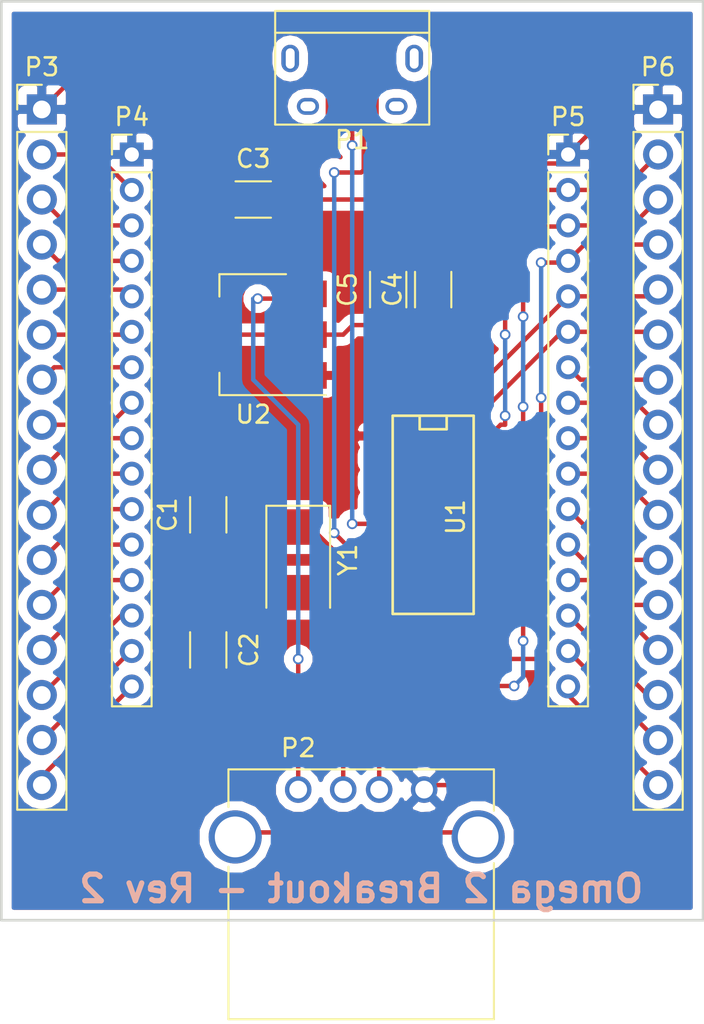
<source format=kicad_pcb>
(kicad_pcb (version 4) (host pcbnew 4.0.1-stable)

  (general
    (links 62)
    (no_connects 0)
    (area 79.680999 113.208999 119.455001 165.175001)
    (thickness 1.6)
    (drawings 5)
    (tracks 201)
    (zones 0)
    (modules 14)
    (nets 46)
  )

  (page A4)
  (layers
    (0 F.Cu signal)
    (31 B.Cu signal)
    (32 B.Adhes user hide)
    (33 F.Adhes user hide)
    (34 B.Paste user hide)
    (35 F.Paste user hide)
    (36 B.SilkS user)
    (37 F.SilkS user)
    (38 B.Mask user hide)
    (39 F.Mask user hide)
    (40 Dwgs.User user hide)
    (41 Cmts.User user hide)
    (42 Eco1.User user hide)
    (43 Eco2.User user hide)
    (44 Edge.Cuts user)
    (45 Margin user hide)
    (46 B.CrtYd user)
    (47 F.CrtYd user)
    (48 B.Fab user hide)
    (49 F.Fab user hide)
  )

  (setup
    (last_trace_width 0.25)
    (trace_clearance 0.2)
    (zone_clearance 0.508)
    (zone_45_only no)
    (trace_min 0.1524)
    (segment_width 0.2)
    (edge_width 0.15)
    (via_size 0.6)
    (via_drill 0.4)
    (via_min_size 0.3302)
    (via_min_drill 0.3)
    (uvia_size 0.3)
    (uvia_drill 0.1)
    (uvias_allowed no)
    (uvia_min_size 0.1778)
    (uvia_min_drill 0.1)
    (pcb_text_width 0.3)
    (pcb_text_size 1.5 1.5)
    (mod_edge_width 0.15)
    (mod_text_size 1 1)
    (mod_text_width 0.15)
    (pad_size 1.524 1.524)
    (pad_drill 0.762)
    (pad_to_mask_clearance 0.2)
    (aux_axis_origin 0 0)
    (grid_origin 86.36 121.92)
    (visible_elements 7FFEFFFF)
    (pcbplotparams
      (layerselection 0x00030_80000001)
      (usegerberextensions true)
      (excludeedgelayer true)
      (linewidth 0.100000)
      (plotframeref false)
      (viasonmask false)
      (mode 1)
      (useauxorigin false)
      (hpglpennumber 1)
      (hpglpenspeed 20)
      (hpglpendiameter 15)
      (hpglpenoverlay 2)
      (psnegative false)
      (psa4output false)
      (plotreference true)
      (plotvalue true)
      (plotinvisibletext false)
      (padsonsilk false)
      (subtractmaskfromsilk false)
      (outputformat 1)
      (mirror false)
      (drillshape 0)
      (scaleselection 1)
      (outputdirectory gerbers/))
  )

  (net 0 "")
  (net 1 "Net-(C1-Pad1)")
  (net 2 GND)
  (net 3 "Net-(C2-Pad1)")
  (net 4 +5V)
  (net 5 +3V3)
  (net 6 D+)
  (net 7 D-)
  (net 8 D2+)
  (net 9 D2-)
  (net 10 "Net-(P2-Pad5)")
  (net 11 "Net-(P3-Pad2)")
  (net 12 "Net-(P3-Pad3)")
  (net 13 "Net-(P3-Pad4)")
  (net 14 "Net-(P3-Pad5)")
  (net 15 "Net-(P3-Pad6)")
  (net 16 "Net-(P3-Pad7)")
  (net 17 "Net-(P3-Pad8)")
  (net 18 "Net-(P3-Pad9)")
  (net 19 "Net-(P3-Pad10)")
  (net 20 "Net-(P3-Pad11)")
  (net 21 "Net-(P3-Pad12)")
  (net 22 "Net-(P3-Pad13)")
  (net 23 "Net-(P3-Pad14)")
  (net 24 "Net-(P3-Pad15)")
  (net 25 "Net-(P3-Pad16)")
  (net 26 RxD)
  (net 27 TxD)
  (net 28 "Net-(P5-Pad7)")
  (net 29 "Net-(P5-Pad8)")
  (net 30 "Net-(P5-Pad9)")
  (net 31 "Net-(P5-Pad10)")
  (net 32 "Net-(P5-Pad11)")
  (net 33 "Net-(P5-Pad12)")
  (net 34 "Net-(P5-Pad13)")
  (net 35 "Net-(P5-Pad14)")
  (net 36 "Net-(P5-Pad15)")
  (net 37 "Net-(P5-Pad16)")
  (net 38 "Net-(U1-Pad14)")
  (net 39 "Net-(U1-Pad13)")
  (net 40 "Net-(U1-Pad12)")
  (net 41 "Net-(U1-Pad11)")
  (net 42 "Net-(U1-Pad10)")
  (net 43 "Net-(U1-Pad9)")
  (net 44 "Net-(U1-Pad15)")
  (net 45 "Net-(P1-Pad4)")

  (net_class Default "This is the default net class."
    (clearance 0.2)
    (trace_width 0.25)
    (via_dia 0.6)
    (via_drill 0.4)
    (uvia_dia 0.3)
    (uvia_drill 0.1)
    (add_net +3V3)
    (add_net +5V)
    (add_net D+)
    (add_net D-)
    (add_net D2+)
    (add_net D2-)
    (add_net GND)
    (add_net "Net-(C1-Pad1)")
    (add_net "Net-(C2-Pad1)")
    (add_net "Net-(P1-Pad4)")
    (add_net "Net-(P2-Pad5)")
    (add_net "Net-(P3-Pad10)")
    (add_net "Net-(P3-Pad11)")
    (add_net "Net-(P3-Pad12)")
    (add_net "Net-(P3-Pad13)")
    (add_net "Net-(P3-Pad14)")
    (add_net "Net-(P3-Pad15)")
    (add_net "Net-(P3-Pad16)")
    (add_net "Net-(P3-Pad2)")
    (add_net "Net-(P3-Pad3)")
    (add_net "Net-(P3-Pad4)")
    (add_net "Net-(P3-Pad5)")
    (add_net "Net-(P3-Pad6)")
    (add_net "Net-(P3-Pad7)")
    (add_net "Net-(P3-Pad8)")
    (add_net "Net-(P3-Pad9)")
    (add_net "Net-(P5-Pad10)")
    (add_net "Net-(P5-Pad11)")
    (add_net "Net-(P5-Pad12)")
    (add_net "Net-(P5-Pad13)")
    (add_net "Net-(P5-Pad14)")
    (add_net "Net-(P5-Pad15)")
    (add_net "Net-(P5-Pad16)")
    (add_net "Net-(P5-Pad7)")
    (add_net "Net-(P5-Pad8)")
    (add_net "Net-(P5-Pad9)")
    (add_net "Net-(U1-Pad10)")
    (add_net "Net-(U1-Pad11)")
    (add_net "Net-(U1-Pad12)")
    (add_net "Net-(U1-Pad13)")
    (add_net "Net-(U1-Pad14)")
    (add_net "Net-(U1-Pad15)")
    (add_net "Net-(U1-Pad9)")
    (add_net RxD)
    (add_net TxD)
  )

  (module SMD_Packages:SO-16-N (layer F.Cu) (tedit 0) (tstamp 588E2AB1)
    (at 104.14 142.24 270)
    (descr "Module CMS SOJ 16 pins large")
    (tags "CMS SOJ")
    (path /588E1464)
    (attr smd)
    (fp_text reference U1 (at 0.127 -1.27 270) (layer F.SilkS)
      (effects (font (size 1 1) (thickness 0.15)))
    )
    (fp_text value CH340G (at 0 1.27 270) (layer F.Fab)
      (effects (font (size 1 1) (thickness 0.15)))
    )
    (fp_line (start -5.588 -0.762) (end -4.826 -0.762) (layer F.SilkS) (width 0.15))
    (fp_line (start -4.826 -0.762) (end -4.826 0.762) (layer F.SilkS) (width 0.15))
    (fp_line (start -4.826 0.762) (end -5.588 0.762) (layer F.SilkS) (width 0.15))
    (fp_line (start 5.588 -2.286) (end 5.588 2.286) (layer F.SilkS) (width 0.15))
    (fp_line (start 5.588 2.286) (end -5.588 2.286) (layer F.SilkS) (width 0.15))
    (fp_line (start -5.588 2.286) (end -5.588 -2.286) (layer F.SilkS) (width 0.15))
    (fp_line (start -5.588 -2.286) (end 5.588 -2.286) (layer F.SilkS) (width 0.15))
    (pad 16 smd rect (at -4.445 -3.175 270) (size 0.508 1.143) (layers F.Cu F.Paste F.Mask)
      (net 5 +3V3))
    (pad 14 smd rect (at -1.905 -3.175 270) (size 0.508 1.143) (layers F.Cu F.Paste F.Mask)
      (net 38 "Net-(U1-Pad14)"))
    (pad 13 smd rect (at -0.635 -3.175 270) (size 0.508 1.143) (layers F.Cu F.Paste F.Mask)
      (net 39 "Net-(U1-Pad13)"))
    (pad 12 smd rect (at 0.635 -3.175 270) (size 0.508 1.143) (layers F.Cu F.Paste F.Mask)
      (net 40 "Net-(U1-Pad12)"))
    (pad 11 smd rect (at 1.905 -3.175 270) (size 0.508 1.143) (layers F.Cu F.Paste F.Mask)
      (net 41 "Net-(U1-Pad11)"))
    (pad 10 smd rect (at 3.175 -3.175 270) (size 0.508 1.143) (layers F.Cu F.Paste F.Mask)
      (net 42 "Net-(U1-Pad10)"))
    (pad 9 smd rect (at 4.445 -3.175 270) (size 0.508 1.143) (layers F.Cu F.Paste F.Mask)
      (net 43 "Net-(U1-Pad9)"))
    (pad 8 smd rect (at 4.445 3.175 270) (size 0.508 1.143) (layers F.Cu F.Paste F.Mask)
      (net 3 "Net-(C2-Pad1)"))
    (pad 7 smd rect (at 3.175 3.175 270) (size 0.508 1.143) (layers F.Cu F.Paste F.Mask)
      (net 1 "Net-(C1-Pad1)"))
    (pad 6 smd rect (at 1.905 3.175 270) (size 0.508 1.143) (layers F.Cu F.Paste F.Mask)
      (net 7 D-))
    (pad 5 smd rect (at 0.635 3.175 270) (size 0.508 1.143) (layers F.Cu F.Paste F.Mask)
      (net 6 D+))
    (pad 4 smd rect (at -0.635 3.175 270) (size 0.508 1.143) (layers F.Cu F.Paste F.Mask)
      (net 5 +3V3))
    (pad 3 smd rect (at -1.905 3.175 270) (size 0.508 1.143) (layers F.Cu F.Paste F.Mask)
      (net 27 TxD))
    (pad 2 smd rect (at -3.175 3.175 270) (size 0.508 1.143) (layers F.Cu F.Paste F.Mask)
      (net 26 RxD))
    (pad 1 smd rect (at -4.445 3.175 270) (size 0.508 1.143) (layers F.Cu F.Paste F.Mask)
      (net 2 GND))
    (pad 15 smd rect (at -3.175 -3.175 270) (size 0.508 1.143) (layers F.Cu F.Paste F.Mask)
      (net 44 "Net-(U1-Pad15)"))
    (model SMD_Packages.3dshapes/SO-16-N.wrl
      (at (xyz 0 0 0))
      (scale (xyz 0.5 0.4 0.5))
      (rotate (xyz 0 0 0))
    )
  )

  (module Capacitors_SMD:C_1206_HandSoldering (layer F.Cu) (tedit 541A9C03) (tstamp 588E2A21)
    (at 91.44 142.24 90)
    (descr "Capacitor SMD 1206, hand soldering")
    (tags "capacitor 1206")
    (path /588E3610)
    (attr smd)
    (fp_text reference C1 (at 0 -2.3 90) (layer F.SilkS)
      (effects (font (size 1 1) (thickness 0.15)))
    )
    (fp_text value 22pF (at 0 2.3 90) (layer F.Fab)
      (effects (font (size 1 1) (thickness 0.15)))
    )
    (fp_line (start -1.6 0.8) (end -1.6 -0.8) (layer F.Fab) (width 0.1))
    (fp_line (start 1.6 0.8) (end -1.6 0.8) (layer F.Fab) (width 0.1))
    (fp_line (start 1.6 -0.8) (end 1.6 0.8) (layer F.Fab) (width 0.1))
    (fp_line (start -1.6 -0.8) (end 1.6 -0.8) (layer F.Fab) (width 0.1))
    (fp_line (start -3.3 -1.15) (end 3.3 -1.15) (layer F.CrtYd) (width 0.05))
    (fp_line (start -3.3 1.15) (end 3.3 1.15) (layer F.CrtYd) (width 0.05))
    (fp_line (start -3.3 -1.15) (end -3.3 1.15) (layer F.CrtYd) (width 0.05))
    (fp_line (start 3.3 -1.15) (end 3.3 1.15) (layer F.CrtYd) (width 0.05))
    (fp_line (start 1 -1.025) (end -1 -1.025) (layer F.SilkS) (width 0.12))
    (fp_line (start -1 1.025) (end 1 1.025) (layer F.SilkS) (width 0.12))
    (pad 1 smd rect (at -2 0 90) (size 2 1.6) (layers F.Cu F.Paste F.Mask)
      (net 1 "Net-(C1-Pad1)"))
    (pad 2 smd rect (at 2 0 90) (size 2 1.6) (layers F.Cu F.Paste F.Mask)
      (net 2 GND))
    (model Capacitors_SMD.3dshapes/C_1206_HandSoldering.wrl
      (at (xyz 0 0 0))
      (scale (xyz 1 1 1))
      (rotate (xyz 0 0 0))
    )
  )

  (module Capacitors_SMD:C_1206_HandSoldering (layer F.Cu) (tedit 541A9C03) (tstamp 588E2A27)
    (at 91.44 149.86 270)
    (descr "Capacitor SMD 1206, hand soldering")
    (tags "capacitor 1206")
    (path /588E364F)
    (attr smd)
    (fp_text reference C2 (at 0 -2.3 270) (layer F.SilkS)
      (effects (font (size 1 1) (thickness 0.15)))
    )
    (fp_text value 22pF (at 0 2.3 270) (layer F.Fab)
      (effects (font (size 1 1) (thickness 0.15)))
    )
    (fp_line (start -1.6 0.8) (end -1.6 -0.8) (layer F.Fab) (width 0.1))
    (fp_line (start 1.6 0.8) (end -1.6 0.8) (layer F.Fab) (width 0.1))
    (fp_line (start 1.6 -0.8) (end 1.6 0.8) (layer F.Fab) (width 0.1))
    (fp_line (start -1.6 -0.8) (end 1.6 -0.8) (layer F.Fab) (width 0.1))
    (fp_line (start -3.3 -1.15) (end 3.3 -1.15) (layer F.CrtYd) (width 0.05))
    (fp_line (start -3.3 1.15) (end 3.3 1.15) (layer F.CrtYd) (width 0.05))
    (fp_line (start -3.3 -1.15) (end -3.3 1.15) (layer F.CrtYd) (width 0.05))
    (fp_line (start 3.3 -1.15) (end 3.3 1.15) (layer F.CrtYd) (width 0.05))
    (fp_line (start 1 -1.025) (end -1 -1.025) (layer F.SilkS) (width 0.12))
    (fp_line (start -1 1.025) (end 1 1.025) (layer F.SilkS) (width 0.12))
    (pad 1 smd rect (at -2 0 270) (size 2 1.6) (layers F.Cu F.Paste F.Mask)
      (net 3 "Net-(C2-Pad1)"))
    (pad 2 smd rect (at 2 0 270) (size 2 1.6) (layers F.Cu F.Paste F.Mask)
      (net 2 GND))
    (model Capacitors_SMD.3dshapes/C_1206_HandSoldering.wrl
      (at (xyz 0 0 0))
      (scale (xyz 1 1 1))
      (rotate (xyz 0 0 0))
    )
  )

  (module Capacitors_SMD:C_1206_HandSoldering (layer F.Cu) (tedit 541A9C03) (tstamp 588E2A2D)
    (at 93.98 124.46)
    (descr "Capacitor SMD 1206, hand soldering")
    (tags "capacitor 1206")
    (path /588E1D72)
    (attr smd)
    (fp_text reference C3 (at 0 -2.3) (layer F.SilkS)
      (effects (font (size 1 1) (thickness 0.15)))
    )
    (fp_text value 100uF (at 0 2.3) (layer F.Fab)
      (effects (font (size 1 1) (thickness 0.15)))
    )
    (fp_line (start -1.6 0.8) (end -1.6 -0.8) (layer F.Fab) (width 0.1))
    (fp_line (start 1.6 0.8) (end -1.6 0.8) (layer F.Fab) (width 0.1))
    (fp_line (start 1.6 -0.8) (end 1.6 0.8) (layer F.Fab) (width 0.1))
    (fp_line (start -1.6 -0.8) (end 1.6 -0.8) (layer F.Fab) (width 0.1))
    (fp_line (start -3.3 -1.15) (end 3.3 -1.15) (layer F.CrtYd) (width 0.05))
    (fp_line (start -3.3 1.15) (end 3.3 1.15) (layer F.CrtYd) (width 0.05))
    (fp_line (start -3.3 -1.15) (end -3.3 1.15) (layer F.CrtYd) (width 0.05))
    (fp_line (start 3.3 -1.15) (end 3.3 1.15) (layer F.CrtYd) (width 0.05))
    (fp_line (start 1 -1.025) (end -1 -1.025) (layer F.SilkS) (width 0.12))
    (fp_line (start -1 1.025) (end 1 1.025) (layer F.SilkS) (width 0.12))
    (pad 1 smd rect (at -2 0) (size 2 1.6) (layers F.Cu F.Paste F.Mask)
      (net 2 GND))
    (pad 2 smd rect (at 2 0) (size 2 1.6) (layers F.Cu F.Paste F.Mask)
      (net 4 +5V))
    (model Capacitors_SMD.3dshapes/C_1206_HandSoldering.wrl
      (at (xyz 0 0 0))
      (scale (xyz 1 1 1))
      (rotate (xyz 0 0 0))
    )
  )

  (module Capacitors_SMD:C_1206_HandSoldering (layer F.Cu) (tedit 541A9C03) (tstamp 588E2A33)
    (at 104.14 129.54 90)
    (descr "Capacitor SMD 1206, hand soldering")
    (tags "capacitor 1206")
    (path /588F1256)
    (attr smd)
    (fp_text reference C4 (at 0 -2.3 90) (layer F.SilkS)
      (effects (font (size 1 1) (thickness 0.15)))
    )
    (fp_text value 10uF (at 0 2.3 90) (layer F.Fab)
      (effects (font (size 1 1) (thickness 0.15)))
    )
    (fp_line (start -1.6 0.8) (end -1.6 -0.8) (layer F.Fab) (width 0.1))
    (fp_line (start 1.6 0.8) (end -1.6 0.8) (layer F.Fab) (width 0.1))
    (fp_line (start 1.6 -0.8) (end 1.6 0.8) (layer F.Fab) (width 0.1))
    (fp_line (start -1.6 -0.8) (end 1.6 -0.8) (layer F.Fab) (width 0.1))
    (fp_line (start -3.3 -1.15) (end 3.3 -1.15) (layer F.CrtYd) (width 0.05))
    (fp_line (start -3.3 1.15) (end 3.3 1.15) (layer F.CrtYd) (width 0.05))
    (fp_line (start -3.3 -1.15) (end -3.3 1.15) (layer F.CrtYd) (width 0.05))
    (fp_line (start 3.3 -1.15) (end 3.3 1.15) (layer F.CrtYd) (width 0.05))
    (fp_line (start 1 -1.025) (end -1 -1.025) (layer F.SilkS) (width 0.12))
    (fp_line (start -1 1.025) (end 1 1.025) (layer F.SilkS) (width 0.12))
    (pad 1 smd rect (at -2 0 90) (size 2 1.6) (layers F.Cu F.Paste F.Mask)
      (net 5 +3V3))
    (pad 2 smd rect (at 2 0 90) (size 2 1.6) (layers F.Cu F.Paste F.Mask)
      (net 2 GND))
    (model Capacitors_SMD.3dshapes/C_1206_HandSoldering.wrl
      (at (xyz 0 0 0))
      (scale (xyz 1 1 1))
      (rotate (xyz 0 0 0))
    )
  )

  (module Capacitors_SMD:C_1206_HandSoldering (layer F.Cu) (tedit 541A9C03) (tstamp 588E2A39)
    (at 101.6 129.54 90)
    (descr "Capacitor SMD 1206, hand soldering")
    (tags "capacitor 1206")
    (path /588F1295)
    (attr smd)
    (fp_text reference C5 (at 0 -2.3 90) (layer F.SilkS)
      (effects (font (size 1 1) (thickness 0.15)))
    )
    (fp_text value 0.1uF (at 0 2.3 90) (layer F.Fab)
      (effects (font (size 1 1) (thickness 0.15)))
    )
    (fp_line (start -1.6 0.8) (end -1.6 -0.8) (layer F.Fab) (width 0.1))
    (fp_line (start 1.6 0.8) (end -1.6 0.8) (layer F.Fab) (width 0.1))
    (fp_line (start 1.6 -0.8) (end 1.6 0.8) (layer F.Fab) (width 0.1))
    (fp_line (start -1.6 -0.8) (end 1.6 -0.8) (layer F.Fab) (width 0.1))
    (fp_line (start -3.3 -1.15) (end 3.3 -1.15) (layer F.CrtYd) (width 0.05))
    (fp_line (start -3.3 1.15) (end 3.3 1.15) (layer F.CrtYd) (width 0.05))
    (fp_line (start -3.3 -1.15) (end -3.3 1.15) (layer F.CrtYd) (width 0.05))
    (fp_line (start 3.3 -1.15) (end 3.3 1.15) (layer F.CrtYd) (width 0.05))
    (fp_line (start 1 -1.025) (end -1 -1.025) (layer F.SilkS) (width 0.12))
    (fp_line (start -1 1.025) (end 1 1.025) (layer F.SilkS) (width 0.12))
    (pad 1 smd rect (at -2 0 90) (size 2 1.6) (layers F.Cu F.Paste F.Mask)
      (net 5 +3V3))
    (pad 2 smd rect (at 2 0 90) (size 2 1.6) (layers F.Cu F.Paste F.Mask)
      (net 2 GND))
    (model Capacitors_SMD.3dshapes/C_1206_HandSoldering.wrl
      (at (xyz 0 0 0))
      (scale (xyz 1 1 1))
      (rotate (xyz 0 0 0))
    )
  )

  (module Connect:USB_A (layer F.Cu) (tedit 5543E289) (tstamp 588E2A4D)
    (at 96.52 157.734)
    (descr "USB A connector")
    (tags "USB USB_A")
    (path /588E1FDE)
    (fp_text reference P2 (at 0 -2.35) (layer F.SilkS)
      (effects (font (size 1 1) (thickness 0.15)))
    )
    (fp_text value USB_B (at 3.84 7.44) (layer F.Fab)
      (effects (font (size 1 1) (thickness 0.15)))
    )
    (fp_line (start -5.3 13.2) (end -5.3 -1.4) (layer F.CrtYd) (width 0.05))
    (fp_line (start 11.95 -1.4) (end 11.95 13.2) (layer F.CrtYd) (width 0.05))
    (fp_line (start -5.3 13.2) (end 11.95 13.2) (layer F.CrtYd) (width 0.05))
    (fp_line (start -5.3 -1.4) (end 11.95 -1.4) (layer F.CrtYd) (width 0.05))
    (fp_line (start 11.05 -1.14) (end 11.05 1.19) (layer F.SilkS) (width 0.12))
    (fp_line (start -3.94 -1.14) (end -3.94 0.98) (layer F.SilkS) (width 0.12))
    (fp_line (start 11.05 -1.14) (end -3.94 -1.14) (layer F.SilkS) (width 0.12))
    (fp_line (start 11.05 12.95) (end -3.94 12.95) (layer F.SilkS) (width 0.12))
    (fp_line (start 11.05 4.15) (end 11.05 12.95) (layer F.SilkS) (width 0.12))
    (fp_line (start -3.94 4.35) (end -3.94 12.95) (layer F.SilkS) (width 0.12))
    (pad 4 thru_hole circle (at 7.11 0 270) (size 1.5 1.5) (drill 1) (layers *.Cu *.Mask)
      (net 2 GND))
    (pad 3 thru_hole circle (at 4.57 0 270) (size 1.5 1.5) (drill 1) (layers *.Cu *.Mask)
      (net 8 D2+))
    (pad 2 thru_hole circle (at 2.54 0 270) (size 1.5 1.5) (drill 1) (layers *.Cu *.Mask)
      (net 9 D2-))
    (pad 1 thru_hole circle (at 0 0 270) (size 1.5 1.5) (drill 1) (layers *.Cu *.Mask)
      (net 4 +5V))
    (pad 5 thru_hole circle (at 10.16 2.67 270) (size 3 3) (drill 2.3) (layers *.Cu *.Mask)
      (net 10 "Net-(P2-Pad5)"))
    (pad 5 thru_hole circle (at -3.56 2.67 270) (size 3 3) (drill 2.3) (layers *.Cu *.Mask)
      (net 10 "Net-(P2-Pad5)"))
    (model Connectors.3dshapes/USB_A.wrl
      (at (xyz 0.14 0 0))
      (scale (xyz 1 1 1))
      (rotate (xyz 0 0 90))
    )
  )

  (module Pin_Headers:Pin_Header_Straight_1x16_Pitch2.54mm (layer F.Cu) (tedit 5862ED52) (tstamp 588E2A61)
    (at 82.042 119.38)
    (descr "Through hole straight pin header, 1x16, 2.54mm pitch, single row")
    (tags "Through hole pin header THT 1x16 2.54mm single row")
    (path /588E5695)
    (fp_text reference P3 (at 0 -2.39) (layer F.SilkS)
      (effects (font (size 1 1) (thickness 0.15)))
    )
    (fp_text value CONN_01X16 (at 0 40.49) (layer F.Fab)
      (effects (font (size 1 1) (thickness 0.15)))
    )
    (fp_line (start -1.27 -1.27) (end -1.27 39.37) (layer F.Fab) (width 0.1))
    (fp_line (start -1.27 39.37) (end 1.27 39.37) (layer F.Fab) (width 0.1))
    (fp_line (start 1.27 39.37) (end 1.27 -1.27) (layer F.Fab) (width 0.1))
    (fp_line (start 1.27 -1.27) (end -1.27 -1.27) (layer F.Fab) (width 0.1))
    (fp_line (start -1.39 1.27) (end -1.39 39.49) (layer F.SilkS) (width 0.12))
    (fp_line (start -1.39 39.49) (end 1.39 39.49) (layer F.SilkS) (width 0.12))
    (fp_line (start 1.39 39.49) (end 1.39 1.27) (layer F.SilkS) (width 0.12))
    (fp_line (start 1.39 1.27) (end -1.39 1.27) (layer F.SilkS) (width 0.12))
    (fp_line (start -1.39 0) (end -1.39 -1.39) (layer F.SilkS) (width 0.12))
    (fp_line (start -1.39 -1.39) (end 0 -1.39) (layer F.SilkS) (width 0.12))
    (fp_line (start -1.6 -1.6) (end -1.6 39.7) (layer F.CrtYd) (width 0.05))
    (fp_line (start -1.6 39.7) (end 1.6 39.7) (layer F.CrtYd) (width 0.05))
    (fp_line (start 1.6 39.7) (end 1.6 -1.6) (layer F.CrtYd) (width 0.05))
    (fp_line (start 1.6 -1.6) (end -1.6 -1.6) (layer F.CrtYd) (width 0.05))
    (pad 1 thru_hole rect (at 0 0) (size 1.7 1.7) (drill 1) (layers *.Cu *.Mask)
      (net 2 GND))
    (pad 2 thru_hole oval (at 0 2.54) (size 1.7 1.7) (drill 1) (layers *.Cu *.Mask)
      (net 11 "Net-(P3-Pad2)"))
    (pad 3 thru_hole oval (at 0 5.08) (size 1.7 1.7) (drill 1) (layers *.Cu *.Mask)
      (net 12 "Net-(P3-Pad3)"))
    (pad 4 thru_hole oval (at 0 7.62) (size 1.7 1.7) (drill 1) (layers *.Cu *.Mask)
      (net 13 "Net-(P3-Pad4)"))
    (pad 5 thru_hole oval (at 0 10.16) (size 1.7 1.7) (drill 1) (layers *.Cu *.Mask)
      (net 14 "Net-(P3-Pad5)"))
    (pad 6 thru_hole oval (at 0 12.7) (size 1.7 1.7) (drill 1) (layers *.Cu *.Mask)
      (net 15 "Net-(P3-Pad6)"))
    (pad 7 thru_hole oval (at 0 15.24) (size 1.7 1.7) (drill 1) (layers *.Cu *.Mask)
      (net 16 "Net-(P3-Pad7)"))
    (pad 8 thru_hole oval (at 0 17.78) (size 1.7 1.7) (drill 1) (layers *.Cu *.Mask)
      (net 17 "Net-(P3-Pad8)"))
    (pad 9 thru_hole oval (at 0 20.32) (size 1.7 1.7) (drill 1) (layers *.Cu *.Mask)
      (net 18 "Net-(P3-Pad9)"))
    (pad 10 thru_hole oval (at 0 22.86) (size 1.7 1.7) (drill 1) (layers *.Cu *.Mask)
      (net 19 "Net-(P3-Pad10)"))
    (pad 11 thru_hole oval (at 0 25.4) (size 1.7 1.7) (drill 1) (layers *.Cu *.Mask)
      (net 20 "Net-(P3-Pad11)"))
    (pad 12 thru_hole oval (at 0 27.94) (size 1.7 1.7) (drill 1) (layers *.Cu *.Mask)
      (net 21 "Net-(P3-Pad12)"))
    (pad 13 thru_hole oval (at 0 30.48) (size 1.7 1.7) (drill 1) (layers *.Cu *.Mask)
      (net 22 "Net-(P3-Pad13)"))
    (pad 14 thru_hole oval (at 0 33.02) (size 1.7 1.7) (drill 1) (layers *.Cu *.Mask)
      (net 23 "Net-(P3-Pad14)"))
    (pad 15 thru_hole oval (at 0 35.56) (size 1.7 1.7) (drill 1) (layers *.Cu *.Mask)
      (net 24 "Net-(P3-Pad15)"))
    (pad 16 thru_hole oval (at 0 38.1) (size 1.7 1.7) (drill 1) (layers *.Cu *.Mask)
      (net 25 "Net-(P3-Pad16)"))
    (model Pin_Headers.3dshapes/Pin_Header_Straight_1x16_Pitch2.54mm.wrl
      (at (xyz 0 -0.75 0))
      (scale (xyz 1 1 1))
      (rotate (xyz 0 0 90))
    )
  )

  (module Pin_Headers:Pin_Header_Straight_1x16_Pitch2.00mm (layer F.Cu) (tedit 5862ED56) (tstamp 588E2A75)
    (at 87.122 121.92)
    (descr "Through hole straight pin header, 1x16, 2.00mm pitch, single row")
    (tags "Through hole pin header THT 1x16 2.00mm single row")
    (path /588E14EF)
    (fp_text reference P4 (at 0 -2.12) (layer F.SilkS)
      (effects (font (size 1 1) (thickness 0.15)))
    )
    (fp_text value CONN_01X16 (at 0 32.12) (layer F.Fab)
      (effects (font (size 1 1) (thickness 0.15)))
    )
    (fp_line (start -1 -1) (end -1 31) (layer F.Fab) (width 0.1))
    (fp_line (start -1 31) (end 1 31) (layer F.Fab) (width 0.1))
    (fp_line (start 1 31) (end 1 -1) (layer F.Fab) (width 0.1))
    (fp_line (start 1 -1) (end -1 -1) (layer F.Fab) (width 0.1))
    (fp_line (start -1.12 1) (end -1.12 31.12) (layer F.SilkS) (width 0.12))
    (fp_line (start -1.12 31.12) (end 1.12 31.12) (layer F.SilkS) (width 0.12))
    (fp_line (start 1.12 31.12) (end 1.12 1) (layer F.SilkS) (width 0.12))
    (fp_line (start 1.12 1) (end -1.12 1) (layer F.SilkS) (width 0.12))
    (fp_line (start -1.12 0) (end -1.12 -1.12) (layer F.SilkS) (width 0.12))
    (fp_line (start -1.12 -1.12) (end 0 -1.12) (layer F.SilkS) (width 0.12))
    (fp_line (start -1.3 -1.3) (end -1.3 31.3) (layer F.CrtYd) (width 0.05))
    (fp_line (start -1.3 31.3) (end 1.3 31.3) (layer F.CrtYd) (width 0.05))
    (fp_line (start 1.3 31.3) (end 1.3 -1.3) (layer F.CrtYd) (width 0.05))
    (fp_line (start 1.3 -1.3) (end -1.3 -1.3) (layer F.CrtYd) (width 0.05))
    (pad 1 thru_hole rect (at 0 0) (size 1.35 1.35) (drill 0.8) (layers *.Cu *.Mask)
      (net 2 GND))
    (pad 2 thru_hole oval (at 0 2) (size 1.35 1.35) (drill 0.8) (layers *.Cu *.Mask)
      (net 11 "Net-(P3-Pad2)"))
    (pad 3 thru_hole oval (at 0 4) (size 1.35 1.35) (drill 0.8) (layers *.Cu *.Mask)
      (net 12 "Net-(P3-Pad3)"))
    (pad 4 thru_hole oval (at 0 6) (size 1.35 1.35) (drill 0.8) (layers *.Cu *.Mask)
      (net 13 "Net-(P3-Pad4)"))
    (pad 5 thru_hole oval (at 0 8) (size 1.35 1.35) (drill 0.8) (layers *.Cu *.Mask)
      (net 14 "Net-(P3-Pad5)"))
    (pad 6 thru_hole oval (at 0 10) (size 1.35 1.35) (drill 0.8) (layers *.Cu *.Mask)
      (net 15 "Net-(P3-Pad6)"))
    (pad 7 thru_hole oval (at 0 12) (size 1.35 1.35) (drill 0.8) (layers *.Cu *.Mask)
      (net 16 "Net-(P3-Pad7)"))
    (pad 8 thru_hole oval (at 0 14) (size 1.35 1.35) (drill 0.8) (layers *.Cu *.Mask)
      (net 17 "Net-(P3-Pad8)"))
    (pad 9 thru_hole oval (at 0 16) (size 1.35 1.35) (drill 0.8) (layers *.Cu *.Mask)
      (net 18 "Net-(P3-Pad9)"))
    (pad 10 thru_hole oval (at 0 18) (size 1.35 1.35) (drill 0.8) (layers *.Cu *.Mask)
      (net 19 "Net-(P3-Pad10)"))
    (pad 11 thru_hole oval (at 0 20) (size 1.35 1.35) (drill 0.8) (layers *.Cu *.Mask)
      (net 20 "Net-(P3-Pad11)"))
    (pad 12 thru_hole oval (at 0 22) (size 1.35 1.35) (drill 0.8) (layers *.Cu *.Mask)
      (net 21 "Net-(P3-Pad12)"))
    (pad 13 thru_hole oval (at 0 24) (size 1.35 1.35) (drill 0.8) (layers *.Cu *.Mask)
      (net 22 "Net-(P3-Pad13)"))
    (pad 14 thru_hole oval (at 0 26) (size 1.35 1.35) (drill 0.8) (layers *.Cu *.Mask)
      (net 23 "Net-(P3-Pad14)"))
    (pad 15 thru_hole oval (at 0 28) (size 1.35 1.35) (drill 0.8) (layers *.Cu *.Mask)
      (net 24 "Net-(P3-Pad15)"))
    (pad 16 thru_hole oval (at 0 30) (size 1.35 1.35) (drill 0.8) (layers *.Cu *.Mask)
      (net 25 "Net-(P3-Pad16)"))
    (model Pin_Headers.3dshapes/Pin_Header_Straight_1x16_Pitch2.00mm.wrl
      (at (xyz 0 0 0))
      (scale (xyz 1 1 1))
      (rotate (xyz 0 0 0))
    )
  )

  (module Pin_Headers:Pin_Header_Straight_1x16_Pitch2.00mm (layer F.Cu) (tedit 5862ED56) (tstamp 588E2A89)
    (at 111.76 121.92)
    (descr "Through hole straight pin header, 1x16, 2.00mm pitch, single row")
    (tags "Through hole pin header THT 1x16 2.00mm single row")
    (path /588E166E)
    (fp_text reference P5 (at 0 -2.12) (layer F.SilkS)
      (effects (font (size 1 1) (thickness 0.15)))
    )
    (fp_text value CONN_01X16 (at 0 32.12) (layer F.Fab)
      (effects (font (size 1 1) (thickness 0.15)))
    )
    (fp_line (start -1 -1) (end -1 31) (layer F.Fab) (width 0.1))
    (fp_line (start -1 31) (end 1 31) (layer F.Fab) (width 0.1))
    (fp_line (start 1 31) (end 1 -1) (layer F.Fab) (width 0.1))
    (fp_line (start 1 -1) (end -1 -1) (layer F.Fab) (width 0.1))
    (fp_line (start -1.12 1) (end -1.12 31.12) (layer F.SilkS) (width 0.12))
    (fp_line (start -1.12 31.12) (end 1.12 31.12) (layer F.SilkS) (width 0.12))
    (fp_line (start 1.12 31.12) (end 1.12 1) (layer F.SilkS) (width 0.12))
    (fp_line (start 1.12 1) (end -1.12 1) (layer F.SilkS) (width 0.12))
    (fp_line (start -1.12 0) (end -1.12 -1.12) (layer F.SilkS) (width 0.12))
    (fp_line (start -1.12 -1.12) (end 0 -1.12) (layer F.SilkS) (width 0.12))
    (fp_line (start -1.3 -1.3) (end -1.3 31.3) (layer F.CrtYd) (width 0.05))
    (fp_line (start -1.3 31.3) (end 1.3 31.3) (layer F.CrtYd) (width 0.05))
    (fp_line (start 1.3 31.3) (end 1.3 -1.3) (layer F.CrtYd) (width 0.05))
    (fp_line (start 1.3 -1.3) (end -1.3 -1.3) (layer F.CrtYd) (width 0.05))
    (pad 1 thru_hole rect (at 0 0) (size 1.35 1.35) (drill 0.8) (layers *.Cu *.Mask)
      (net 2 GND))
    (pad 2 thru_hole oval (at 0 2) (size 1.35 1.35) (drill 0.8) (layers *.Cu *.Mask)
      (net 5 +3V3))
    (pad 3 thru_hole oval (at 0 4) (size 1.35 1.35) (drill 0.8) (layers *.Cu *.Mask)
      (net 8 D2+))
    (pad 4 thru_hole oval (at 0 6) (size 1.35 1.35) (drill 0.8) (layers *.Cu *.Mask)
      (net 9 D2-))
    (pad 5 thru_hole oval (at 0 8) (size 1.35 1.35) (drill 0.8) (layers *.Cu *.Mask)
      (net 26 RxD))
    (pad 6 thru_hole oval (at 0 10) (size 1.35 1.35) (drill 0.8) (layers *.Cu *.Mask)
      (net 27 TxD))
    (pad 7 thru_hole oval (at 0 12) (size 1.35 1.35) (drill 0.8) (layers *.Cu *.Mask)
      (net 28 "Net-(P5-Pad7)"))
    (pad 8 thru_hole oval (at 0 14) (size 1.35 1.35) (drill 0.8) (layers *.Cu *.Mask)
      (net 29 "Net-(P5-Pad8)"))
    (pad 9 thru_hole oval (at 0 16) (size 1.35 1.35) (drill 0.8) (layers *.Cu *.Mask)
      (net 30 "Net-(P5-Pad9)"))
    (pad 10 thru_hole oval (at 0 18) (size 1.35 1.35) (drill 0.8) (layers *.Cu *.Mask)
      (net 31 "Net-(P5-Pad10)"))
    (pad 11 thru_hole oval (at 0 20) (size 1.35 1.35) (drill 0.8) (layers *.Cu *.Mask)
      (net 32 "Net-(P5-Pad11)"))
    (pad 12 thru_hole oval (at 0 22) (size 1.35 1.35) (drill 0.8) (layers *.Cu *.Mask)
      (net 33 "Net-(P5-Pad12)"))
    (pad 13 thru_hole oval (at 0 24) (size 1.35 1.35) (drill 0.8) (layers *.Cu *.Mask)
      (net 34 "Net-(P5-Pad13)"))
    (pad 14 thru_hole oval (at 0 26) (size 1.35 1.35) (drill 0.8) (layers *.Cu *.Mask)
      (net 35 "Net-(P5-Pad14)"))
    (pad 15 thru_hole oval (at 0 28) (size 1.35 1.35) (drill 0.8) (layers *.Cu *.Mask)
      (net 36 "Net-(P5-Pad15)"))
    (pad 16 thru_hole oval (at 0 30) (size 1.35 1.35) (drill 0.8) (layers *.Cu *.Mask)
      (net 37 "Net-(P5-Pad16)"))
    (model Pin_Headers.3dshapes/Pin_Header_Straight_1x16_Pitch2.00mm.wrl
      (at (xyz 0 0 0))
      (scale (xyz 1 1 1))
      (rotate (xyz 0 0 0))
    )
  )

  (module Pin_Headers:Pin_Header_Straight_1x16_Pitch2.54mm (layer F.Cu) (tedit 5862ED52) (tstamp 588E2A9D)
    (at 116.84 119.38)
    (descr "Through hole straight pin header, 1x16, 2.54mm pitch, single row")
    (tags "Through hole pin header THT 1x16 2.54mm single row")
    (path /588E573F)
    (fp_text reference P6 (at 0 -2.39) (layer F.SilkS)
      (effects (font (size 1 1) (thickness 0.15)))
    )
    (fp_text value CONN_01X16 (at 0 40.49) (layer F.Fab)
      (effects (font (size 1 1) (thickness 0.15)))
    )
    (fp_line (start -1.27 -1.27) (end -1.27 39.37) (layer F.Fab) (width 0.1))
    (fp_line (start -1.27 39.37) (end 1.27 39.37) (layer F.Fab) (width 0.1))
    (fp_line (start 1.27 39.37) (end 1.27 -1.27) (layer F.Fab) (width 0.1))
    (fp_line (start 1.27 -1.27) (end -1.27 -1.27) (layer F.Fab) (width 0.1))
    (fp_line (start -1.39 1.27) (end -1.39 39.49) (layer F.SilkS) (width 0.12))
    (fp_line (start -1.39 39.49) (end 1.39 39.49) (layer F.SilkS) (width 0.12))
    (fp_line (start 1.39 39.49) (end 1.39 1.27) (layer F.SilkS) (width 0.12))
    (fp_line (start 1.39 1.27) (end -1.39 1.27) (layer F.SilkS) (width 0.12))
    (fp_line (start -1.39 0) (end -1.39 -1.39) (layer F.SilkS) (width 0.12))
    (fp_line (start -1.39 -1.39) (end 0 -1.39) (layer F.SilkS) (width 0.12))
    (fp_line (start -1.6 -1.6) (end -1.6 39.7) (layer F.CrtYd) (width 0.05))
    (fp_line (start -1.6 39.7) (end 1.6 39.7) (layer F.CrtYd) (width 0.05))
    (fp_line (start 1.6 39.7) (end 1.6 -1.6) (layer F.CrtYd) (width 0.05))
    (fp_line (start 1.6 -1.6) (end -1.6 -1.6) (layer F.CrtYd) (width 0.05))
    (pad 1 thru_hole rect (at 0 0) (size 1.7 1.7) (drill 1) (layers *.Cu *.Mask)
      (net 2 GND))
    (pad 2 thru_hole oval (at 0 2.54) (size 1.7 1.7) (drill 1) (layers *.Cu *.Mask)
      (net 5 +3V3))
    (pad 3 thru_hole oval (at 0 5.08) (size 1.7 1.7) (drill 1) (layers *.Cu *.Mask)
      (net 8 D2+))
    (pad 4 thru_hole oval (at 0 7.62) (size 1.7 1.7) (drill 1) (layers *.Cu *.Mask)
      (net 9 D2-))
    (pad 5 thru_hole oval (at 0 10.16) (size 1.7 1.7) (drill 1) (layers *.Cu *.Mask)
      (net 26 RxD))
    (pad 6 thru_hole oval (at 0 12.7) (size 1.7 1.7) (drill 1) (layers *.Cu *.Mask)
      (net 27 TxD))
    (pad 7 thru_hole oval (at 0 15.24) (size 1.7 1.7) (drill 1) (layers *.Cu *.Mask)
      (net 28 "Net-(P5-Pad7)"))
    (pad 8 thru_hole oval (at 0 17.78) (size 1.7 1.7) (drill 1) (layers *.Cu *.Mask)
      (net 29 "Net-(P5-Pad8)"))
    (pad 9 thru_hole oval (at 0 20.32) (size 1.7 1.7) (drill 1) (layers *.Cu *.Mask)
      (net 30 "Net-(P5-Pad9)"))
    (pad 10 thru_hole oval (at 0 22.86) (size 1.7 1.7) (drill 1) (layers *.Cu *.Mask)
      (net 31 "Net-(P5-Pad10)"))
    (pad 11 thru_hole oval (at 0 25.4) (size 1.7 1.7) (drill 1) (layers *.Cu *.Mask)
      (net 32 "Net-(P5-Pad11)"))
    (pad 12 thru_hole oval (at 0 27.94) (size 1.7 1.7) (drill 1) (layers *.Cu *.Mask)
      (net 33 "Net-(P5-Pad12)"))
    (pad 13 thru_hole oval (at 0 30.48) (size 1.7 1.7) (drill 1) (layers *.Cu *.Mask)
      (net 34 "Net-(P5-Pad13)"))
    (pad 14 thru_hole oval (at 0 33.02) (size 1.7 1.7) (drill 1) (layers *.Cu *.Mask)
      (net 35 "Net-(P5-Pad14)"))
    (pad 15 thru_hole oval (at 0 35.56) (size 1.7 1.7) (drill 1) (layers *.Cu *.Mask)
      (net 36 "Net-(P5-Pad15)"))
    (pad 16 thru_hole oval (at 0 38.1) (size 1.7 1.7) (drill 1) (layers *.Cu *.Mask)
      (net 37 "Net-(P5-Pad16)"))
    (model Pin_Headers.3dshapes/Pin_Header_Straight_1x16_Pitch2.54mm.wrl
      (at (xyz 0 -0.75 0))
      (scale (xyz 1 1 1))
      (rotate (xyz 0 0 90))
    )
  )

  (module Crystals:Crystal_SMD_5032-2pin_5.0x3.2mm (layer F.Cu) (tedit 5873B462) (tstamp 588E2ABF)
    (at 96.52 144.78 270)
    (descr "SMD Crystal SERIES SMD2520/2 http://www.icbase.com/File/PDF/HKC/HKC00061008.pdf, 5.0x3.2mm^2 package")
    (tags "SMD SMT crystal")
    (path /588E3573)
    (attr smd)
    (fp_text reference Y1 (at 0 -2.8 270) (layer F.SilkS)
      (effects (font (size 1 1) (thickness 0.15)))
    )
    (fp_text value 12MHz (at 0 2.8 270) (layer F.Fab)
      (effects (font (size 1 1) (thickness 0.15)))
    )
    (fp_circle (center 0 0) (end 0.4 0) (layer F.Adhes) (width 0.1))
    (fp_circle (center 0 0) (end 0.333333 0) (layer F.Adhes) (width 0.133333))
    (fp_circle (center 0 0) (end 0.213333 0) (layer F.Adhes) (width 0.133333))
    (fp_circle (center 0 0) (end 0.093333 0) (layer F.Adhes) (width 0.186667))
    (fp_line (start -2.3 -1.6) (end 2.3 -1.6) (layer F.Fab) (width 0.1))
    (fp_line (start 2.3 -1.6) (end 2.5 -1.4) (layer F.Fab) (width 0.1))
    (fp_line (start 2.5 -1.4) (end 2.5 1.4) (layer F.Fab) (width 0.1))
    (fp_line (start 2.5 1.4) (end 2.3 1.6) (layer F.Fab) (width 0.1))
    (fp_line (start 2.3 1.6) (end -2.3 1.6) (layer F.Fab) (width 0.1))
    (fp_line (start -2.3 1.6) (end -2.5 1.4) (layer F.Fab) (width 0.1))
    (fp_line (start -2.5 1.4) (end -2.5 -1.4) (layer F.Fab) (width 0.1))
    (fp_line (start -2.5 -1.4) (end -2.3 -1.6) (layer F.Fab) (width 0.1))
    (fp_line (start -2.5 0.6) (end -1.5 1.6) (layer F.Fab) (width 0.1))
    (fp_line (start 2.7 -1.8) (end -3.05 -1.8) (layer F.SilkS) (width 0.12))
    (fp_line (start -3.05 -1.8) (end -3.05 1.8) (layer F.SilkS) (width 0.12))
    (fp_line (start -3.05 1.8) (end 2.7 1.8) (layer F.SilkS) (width 0.12))
    (fp_line (start -3.1 -1.9) (end -3.1 1.9) (layer F.CrtYd) (width 0.05))
    (fp_line (start -3.1 1.9) (end 3.1 1.9) (layer F.CrtYd) (width 0.05))
    (fp_line (start 3.1 1.9) (end 3.1 -1.9) (layer F.CrtYd) (width 0.05))
    (fp_line (start 3.1 -1.9) (end -3.1 -1.9) (layer F.CrtYd) (width 0.05))
    (pad 1 smd rect (at -1.85 0 270) (size 2 2.4) (layers F.Cu F.Mask)
      (net 1 "Net-(C1-Pad1)"))
    (pad 2 smd rect (at 1.85 0 270) (size 2 2.4) (layers F.Cu F.Mask)
      (net 3 "Net-(C2-Pad1)"))
    (model Crystals.3dshapes/Crystal_SMD_5032-2pin_5.0x3.2mm.wrl
      (at (xyz 0 0 0))
      (scale (xyz 0.393701 0.393701 0.393701))
      (rotate (xyz 0 0 0))
    )
  )

  (module TO_SOT_Packages_SMD:SOT-223 (layer F.Cu) (tedit 583F3B4E) (tstamp 588E2AB9)
    (at 93.98 132.08 180)
    (descr "module CMS SOT223 4 pins")
    (tags "CMS SOT")
    (path /588E24F1)
    (attr smd)
    (fp_text reference U2 (at 0 -4.5 180) (layer F.SilkS)
      (effects (font (size 1 1) (thickness 0.15)))
    )
    (fp_text value AP1117 (at 0 4.5 180) (layer F.Fab)
      (effects (font (size 1 1) (thickness 0.15)))
    )
    (fp_line (start 1.91 3.41) (end 1.91 2.15) (layer F.SilkS) (width 0.12))
    (fp_line (start 1.91 -3.41) (end 1.91 -2.15) (layer F.SilkS) (width 0.12))
    (fp_line (start 4.4 -3.6) (end -4.4 -3.6) (layer F.CrtYd) (width 0.05))
    (fp_line (start 4.4 3.6) (end 4.4 -3.6) (layer F.CrtYd) (width 0.05))
    (fp_line (start -4.4 3.6) (end 4.4 3.6) (layer F.CrtYd) (width 0.05))
    (fp_line (start -4.4 -3.6) (end -4.4 3.6) (layer F.CrtYd) (width 0.05))
    (fp_line (start -1.85 -2.35) (end -0.85 -3.35) (layer F.Fab) (width 0.1))
    (fp_line (start -1.85 -2.35) (end -1.85 3.35) (layer F.Fab) (width 0.1))
    (fp_line (start -1.85 3.41) (end 1.91 3.41) (layer F.SilkS) (width 0.12))
    (fp_line (start -0.85 -3.35) (end 1.85 -3.35) (layer F.Fab) (width 0.1))
    (fp_line (start -4.1 -3.41) (end 1.91 -3.41) (layer F.SilkS) (width 0.12))
    (fp_line (start -1.85 3.35) (end 1.85 3.35) (layer F.Fab) (width 0.1))
    (fp_line (start 1.85 -3.35) (end 1.85 3.35) (layer F.Fab) (width 0.1))
    (pad 4 smd rect (at 3.15 0 180) (size 2 3.8) (layers F.Cu F.Paste F.Mask)
      (net 5 +3V3))
    (pad 2 smd rect (at -3.15 0 180) (size 2 1.5) (layers F.Cu F.Paste F.Mask)
      (net 5 +3V3))
    (pad 3 smd rect (at -3.15 2.3 180) (size 2 1.5) (layers F.Cu F.Paste F.Mask)
      (net 4 +5V))
    (pad 1 smd rect (at -3.15 -2.3 180) (size 2 1.5) (layers F.Cu F.Paste F.Mask)
      (net 2 GND))
    (model TO_SOT_Packages_SMD.3dshapes/SOT-223.wrl
      (at (xyz 0 0 0))
      (scale (xyz 0.4 0.4 0.4))
      (rotate (xyz 0 0 90))
    )
  )

  (module Connect:USB_Micro-B (layer F.Cu) (tedit 5543E447) (tstamp 588E2A43)
    (at 99.568 117.856 180)
    (descr "Micro USB Type B Receptacle")
    (tags "USB USB_B USB_micro USB_OTG")
    (path /588E1EE7)
    (attr smd)
    (fp_text reference P1 (at 0 -3.24 180) (layer F.SilkS)
      (effects (font (size 1 1) (thickness 0.15)))
    )
    (fp_text value USB_B (at 0 5.01 180) (layer F.Fab)
      (effects (font (size 1 1) (thickness 0.15)))
    )
    (fp_line (start -4.6 -2.59) (end 4.6 -2.59) (layer F.CrtYd) (width 0.05))
    (fp_line (start 4.6 -2.59) (end 4.6 4.26) (layer F.CrtYd) (width 0.05))
    (fp_line (start 4.6 4.26) (end -4.6 4.26) (layer F.CrtYd) (width 0.05))
    (fp_line (start -4.6 4.26) (end -4.6 -2.59) (layer F.CrtYd) (width 0.05))
    (fp_line (start -4.35 4.03) (end 4.35 4.03) (layer F.SilkS) (width 0.12))
    (fp_line (start -4.35 -2.38) (end 4.35 -2.38) (layer F.SilkS) (width 0.12))
    (fp_line (start 4.35 -2.38) (end 4.35 4.03) (layer F.SilkS) (width 0.12))
    (fp_line (start 4.35 2.8) (end -4.35 2.8) (layer F.SilkS) (width 0.12))
    (fp_line (start -4.35 4.03) (end -4.35 -2.38) (layer F.SilkS) (width 0.12))
    (pad 1 smd rect (at -1.3 -1.35 270) (size 1.35 0.4) (layers F.Cu F.Paste F.Mask)
      (net 4 +5V))
    (pad 2 smd rect (at -0.65 -1.35 270) (size 1.35 0.4) (layers F.Cu F.Paste F.Mask)
      (net 7 D-))
    (pad 3 smd rect (at 0 -1.35 270) (size 1.35 0.4) (layers F.Cu F.Paste F.Mask)
      (net 6 D+))
    (pad 4 smd rect (at 0.65 -1.35 270) (size 1.35 0.4) (layers F.Cu F.Paste F.Mask)
      (net 45 "Net-(P1-Pad4)"))
    (pad 5 smd rect (at 1.3 -1.35 270) (size 1.35 0.4) (layers F.Cu F.Paste F.Mask)
      (net 2 GND))
    (pad 6 thru_hole oval (at -2.5 -1.35 270) (size 0.95 1.25) (drill oval 0.55 0.85) (layers *.Cu *.Mask))
    (pad 6 thru_hole oval (at 2.5 -1.35 270) (size 0.95 1.25) (drill oval 0.55 0.85) (layers *.Cu *.Mask))
    (pad 6 thru_hole oval (at -3.5 1.35 270) (size 1.55 1) (drill oval 1.15 0.5) (layers *.Cu *.Mask))
    (pad 6 thru_hole oval (at 3.5 1.35 270) (size 1.55 1) (drill oval 1.15 0.5) (layers *.Cu *.Mask))
  )

  (gr_text "Omega 2 Breakout - Rev 2" (at 100.076 163.322) (layer B.SilkS)
    (effects (font (size 1.5 1.5) (thickness 0.3)) (justify mirror))
  )
  (gr_line (start 119.38 113.284) (end 119.38 165.1) (angle 90) (layer Edge.Cuts) (width 0.15))
  (gr_line (start 79.756 165.1) (end 79.756 113.284) (angle 90) (layer Edge.Cuts) (width 0.15))
  (gr_line (start 119.38 165.1) (end 79.756 165.1) (angle 90) (layer Edge.Cuts) (width 0.15))
  (gr_line (start 79.756 113.284) (end 119.38 113.284) (angle 90) (layer Edge.Cuts) (width 0.15))

  (segment (start 96.52 142.93) (end 97.21 142.93) (width 0.25) (layer F.Cu) (net 1))
  (segment (start 97.21 142.93) (end 99.695 145.415) (width 0.25) (layer F.Cu) (net 1) (tstamp 588E36A6))
  (segment (start 99.695 145.415) (end 100.965 145.415) (width 0.25) (layer F.Cu) (net 1) (tstamp 588E36A8))
  (segment (start 91.44 144.24) (end 91.98 144.24) (width 0.25) (layer F.Cu) (net 1))
  (segment (start 91.98 144.24) (end 93.29 142.93) (width 0.25) (layer F.Cu) (net 1) (tstamp 588E369C))
  (segment (start 93.29 142.93) (end 96.52 142.93) (width 0.25) (layer F.Cu) (net 1) (tstamp 588E36A0))
  (segment (start 98.268 119.206) (end 98.268 118.334) (width 0.25) (layer F.Cu) (net 2))
  (segment (start 97.79 117.856) (end 97.536 117.856) (width 0.25) (layer F.Cu) (net 2) (tstamp 58E952BA))
  (segment (start 98.268 118.334) (end 97.79 117.856) (width 0.25) (layer F.Cu) (net 2) (tstamp 58E952B9))
  (segment (start 91.694 121.92) (end 92.964 121.92) (width 0.25) (layer F.Cu) (net 2))
  (segment (start 97.028 117.856) (end 97.536 117.856) (width 0.25) (layer F.Cu) (net 2) (tstamp 58C49C8C))
  (segment (start 97.536 117.856) (end 99.06 117.856) (width 0.25) (layer F.Cu) (net 2) (tstamp 58E952BD))
  (segment (start 99.06 117.856) (end 98.918 117.998) (width 0.25) (layer F.Cu) (net 2) (tstamp 58C49C8E))
  (segment (start 91.948 121.92) (end 91.948 124.428) (width 0.25) (layer F.Cu) (net 2))
  (segment (start 91.948 124.428) (end 91.98 124.46) (width 0.25) (layer F.Cu) (net 2) (tstamp 58C49CF7))
  (segment (start 98.918 117.998) (end 106.03 117.998) (width 0.25) (layer F.Cu) (net 2))
  (segment (start 106.03 117.998) (end 105.156 118.872) (width 0.25) (layer F.Cu) (net 2) (tstamp 58C49C92))
  (segment (start 105.156 118.872) (end 105.156 122.428) (width 0.25) (layer F.Cu) (net 2) (tstamp 58C49C93))
  (segment (start 87.122 121.92) (end 91.694 121.92) (width 0.25) (layer F.Cu) (net 2))
  (segment (start 91.694 121.92) (end 91.948 121.92) (width 0.25) (layer F.Cu) (net 2) (tstamp 58C49D02))
  (segment (start 97.13 134.38) (end 97.536 134.786) (width 0.25) (layer F.Cu) (net 2))
  (segment (start 97.536 134.786) (end 97.536 137.668) (width 0.25) (layer F.Cu) (net 2) (tstamp 588E4550))
  (segment (start 88.646 139.192) (end 89.662 140.208) (width 0.25) (layer F.Cu) (net 2) (tstamp 588E42E1))
  (segment (start 88.646 128.048) (end 88.646 139.192) (width 0.25) (layer F.Cu) (net 2) (tstamp 588E42DC))
  (segment (start 92.234 124.46) (end 88.646 128.048) (width 0.25) (layer F.Cu) (net 2))
  (segment (start 94.012 137.668) (end 91.44 140.24) (width 0.25) (layer F.Cu) (net 2) (tstamp 588E42D1))
  (segment (start 100.838 137.668) (end 97.536 137.668) (width 0.25) (layer F.Cu) (net 2) (tstamp 588E42CF))
  (segment (start 97.536 137.668) (end 94.012 137.668) (width 0.25) (layer F.Cu) (net 2) (tstamp 588E4555))
  (segment (start 100.965 137.795) (end 100.838 137.668) (width 0.25) (layer F.Cu) (net 2))
  (segment (start 91.44 151.86) (end 89.408 153.892) (width 0.25) (layer F.Cu) (net 2))
  (segment (start 110.236 157.48) (end 103.63 157.48) (width 0.25) (layer F.Cu) (net 2) (tstamp 588E42C3))
  (segment (start 110.236 163.576) (end 110.236 157.48) (width 0.25) (layer F.Cu) (net 2) (tstamp 588E42BF))
  (segment (start 103.124 163.576) (end 110.236 163.576) (width 0.25) (layer F.Cu) (net 2) (tstamp 588E42BD))
  (segment (start 89.408 163.576) (end 103.124 163.576) (width 0.25) (layer F.Cu) (net 2) (tstamp 588E42BC))
  (segment (start 89.408 153.892) (end 89.408 163.576) (width 0.25) (layer F.Cu) (net 2) (tstamp 588E42B9))
  (segment (start 91.44 140.24) (end 91.408 140.208) (width 0.25) (layer F.Cu) (net 2))
  (segment (start 91.408 140.208) (end 89.408 140.208) (width 0.25) (layer F.Cu) (net 2) (tstamp 588E42B0))
  (segment (start 89.408 140.208) (end 89.408 151.892) (width 0.25) (layer F.Cu) (net 2) (tstamp 588E42B1))
  (segment (start 89.408 151.892) (end 91.408 151.892) (width 0.25) (layer F.Cu) (net 2) (tstamp 588E42B3))
  (segment (start 91.408 151.892) (end 91.44 151.86) (width 0.25) (layer F.Cu) (net 2) (tstamp 588E42B6))
  (segment (start 105.156 122.428) (end 104.648 122.936) (width 0.25) (layer F.Cu) (net 2))
  (segment (start 104.648 122.936) (end 104.648 127.032) (width 0.25) (layer F.Cu) (net 2) (tstamp 588E4267))
  (segment (start 104.14 127.54) (end 101.6 127.54) (width 0.25) (layer F.Cu) (net 2))
  (segment (start 111.76 121.92) (end 114.3 119.38) (width 0.25) (layer F.Cu) (net 2))
  (segment (start 114.3 119.38) (end 116.84 119.38) (width 0.25) (layer F.Cu) (net 2) (tstamp 588E4274))
  (segment (start 104.14 127.54) (end 104.648 127.032) (width 0.25) (layer F.Cu) (net 2))
  (segment (start 105.156 122.428) (end 111.252 122.428) (width 0.25) (layer F.Cu) (net 2) (tstamp 588E426D))
  (segment (start 111.252 122.428) (end 111.76 121.92) (width 0.25) (layer F.Cu) (net 2) (tstamp 588E4270))
  (segment (start 90.202 121.92) (end 87.122 121.92) (width 0.25) (layer F.Cu) (net 2) (tstamp 588E4263))
  (segment (start 87.122 121.92) (end 87.122 116.332) (width 0.25) (layer F.Cu) (net 2))
  (segment (start 85.09 116.332) (end 82.042 119.38) (width 0.25) (layer F.Cu) (net 2) (tstamp 588E424F))
  (segment (start 87.122 116.332) (end 85.09 116.332) (width 0.25) (layer F.Cu) (net 2) (tstamp 588E424E))
  (segment (start 100.965 146.685) (end 96.575 146.685) (width 0.25) (layer F.Cu) (net 3))
  (segment (start 96.575 146.685) (end 96.52 146.63) (width 0.25) (layer F.Cu) (net 3) (tstamp 588E36B0))
  (segment (start 91.44 147.86) (end 95.29 147.86) (width 0.25) (layer F.Cu) (net 3))
  (segment (start 95.29 147.86) (end 96.52 146.63) (width 0.25) (layer F.Cu) (net 3) (tstamp 588E36A3))
  (segment (start 100.868 119.206) (end 100.868 124.176) (width 0.25) (layer F.Cu) (net 4))
  (segment (start 100.584 124.46) (end 95.98 124.46) (width 0.25) (layer F.Cu) (net 4) (tstamp 58C49C87))
  (segment (start 100.868 124.176) (end 100.584 124.46) (width 0.25) (layer F.Cu) (net 4) (tstamp 58C49C86))
  (segment (start 96.52 157.48) (end 96.52 150.368) (width 0.25) (layer F.Cu) (net 4))
  (segment (start 94.234 130.048) (end 96.862 130.048) (width 0.25) (layer F.Cu) (net 4) (tstamp 588E4367))
  (via (at 94.234 130.048) (size 0.6) (drill 0.4) (layers F.Cu B.Cu) (net 4))
  (segment (start 93.98 130.048) (end 94.234 130.048) (width 0.25) (layer B.Cu) (net 4) (tstamp 588E4363))
  (segment (start 93.98 134.62) (end 93.98 130.048) (width 0.25) (layer B.Cu) (net 4) (tstamp 588E4362))
  (segment (start 96.52 137.16) (end 93.98 134.62) (width 0.25) (layer B.Cu) (net 4) (tstamp 588E4360))
  (segment (start 96.52 150.368) (end 96.52 137.16) (width 0.25) (layer B.Cu) (net 4) (tstamp 588E435F))
  (via (at 96.52 150.368) (size 0.6) (drill 0.4) (layers F.Cu B.Cu) (net 4))
  (segment (start 96.862 130.048) (end 97.13 129.78) (width 0.25) (layer F.Cu) (net 4) (tstamp 588E4368))
  (segment (start 95.98 124.46) (end 95.98 128.63) (width 0.25) (layer F.Cu) (net 4))
  (segment (start 95.98 128.63) (end 97.13 129.78) (width 0.25) (layer F.Cu) (net 4) (tstamp 588E3671))
  (segment (start 97.13 132.08) (end 90.83 132.08) (width 0.25) (layer F.Cu) (net 5))
  (segment (start 107.95 137.16) (end 107.315 137.795) (width 0.25) (layer F.Cu) (net 5) (tstamp 588E431B))
  (segment (start 108.204 137.16) (end 107.95 137.16) (width 0.25) (layer F.Cu) (net 5) (tstamp 588E431A))
  (segment (start 108.204 136.652) (end 108.204 137.16) (width 0.25) (layer F.Cu) (net 5) (tstamp 588E4319))
  (via (at 108.204 136.652) (size 0.6) (drill 0.4) (layers F.Cu B.Cu) (net 5))
  (segment (start 108.204 132.08) (end 108.204 136.652) (width 0.25) (layer B.Cu) (net 5) (tstamp 588E4316))
  (via (at 108.204 132.08) (size 0.6) (drill 0.4) (layers F.Cu B.Cu) (net 5))
  (segment (start 108.204 131.064) (end 108.204 132.08) (width 0.25) (layer F.Cu) (net 5) (tstamp 588E430A))
  (segment (start 106.68 129.54) (end 108.204 131.064) (width 0.25) (layer F.Cu) (net 5))
  (segment (start 107.315 137.795) (end 107.061 137.795) (width 0.25) (layer F.Cu) (net 5))
  (segment (start 107.061 137.795) (end 103.251 141.605) (width 0.25) (layer F.Cu) (net 5) (tstamp 588E3761))
  (segment (start 103.251 141.605) (end 100.965 141.605) (width 0.25) (layer F.Cu) (net 5) (tstamp 588E3766))
  (segment (start 104.14 131.54) (end 104.68 131.54) (width 0.25) (layer F.Cu) (net 5))
  (segment (start 104.68 131.54) (end 106.68 129.54) (width 0.25) (layer F.Cu) (net 5) (tstamp 588E366B))
  (segment (start 107.22 123.92) (end 111.76 123.92) (width 0.25) (layer F.Cu) (net 5) (tstamp 588E366E))
  (segment (start 106.68 124.46) (end 107.22 123.92) (width 0.25) (layer F.Cu) (net 5) (tstamp 588E366D))
  (segment (start 106.68 129.54) (end 106.68 124.46) (width 0.25) (layer F.Cu) (net 5) (tstamp 588E366C))
  (segment (start 101.6 131.54) (end 104.14 131.54) (width 0.25) (layer F.Cu) (net 5))
  (segment (start 97.13 132.08) (end 99.06 132.08) (width 0.25) (layer F.Cu) (net 5))
  (segment (start 99.6 131.54) (end 101.6 131.54) (width 0.25) (layer F.Cu) (net 5) (tstamp 588E3665))
  (segment (start 99.06 132.08) (end 99.6 131.54) (width 0.25) (layer F.Cu) (net 5) (tstamp 588E3664))
  (segment (start 103.6 132.08) (end 104.14 131.54) (width 0.25) (layer F.Cu) (net 5) (tstamp 588E363A))
  (segment (start 111.76 123.92) (end 114.84 123.92) (width 0.25) (layer F.Cu) (net 5))
  (segment (start 114.84 123.92) (end 116.84 121.92) (width 0.25) (layer F.Cu) (net 5) (tstamp 588E3631))
  (segment (start 99.568 119.206) (end 99.568 121.412) (width 0.25) (layer F.Cu) (net 6))
  (via (at 99.568 121.412) (size 0.6) (drill 0.4) (layers F.Cu B.Cu) (net 6))
  (segment (start 99.568 121.412) (end 99.568 142.748) (width 0.25) (layer B.Cu) (net 6) (tstamp 588E3D4A))
  (via (at 99.568 142.748) (size 0.6) (drill 0.4) (layers F.Cu B.Cu) (net 6))
  (segment (start 99.568 142.748) (end 100.838 142.748) (width 0.25) (layer F.Cu) (net 6) (tstamp 588E3D4F))
  (segment (start 100.838 142.748) (end 100.965 142.875) (width 0.25) (layer F.Cu) (net 6) (tstamp 588E3D50))
  (segment (start 100.218 119.206) (end 100.218 122.794) (width 0.25) (layer F.Cu) (net 7))
  (via (at 98.552 122.936) (size 0.6) (drill 0.4) (layers F.Cu B.Cu) (net 7))
  (segment (start 98.552 122.936) (end 98.552 143.256) (width 0.25) (layer B.Cu) (net 7) (tstamp 588E3D34))
  (via (at 98.552 143.256) (size 0.6) (drill 0.4) (layers F.Cu B.Cu) (net 7))
  (segment (start 98.552 143.256) (end 99.568 144.272) (width 0.25) (layer F.Cu) (net 7) (tstamp 588E3D3A))
  (segment (start 99.568 144.272) (end 100.838 144.272) (width 0.25) (layer F.Cu) (net 7) (tstamp 588E3D3B))
  (segment (start 100.076 122.936) (end 98.552 122.936) (width 0.25) (layer F.Cu) (net 7) (tstamp 58C49CA1))
  (segment (start 100.218 122.794) (end 100.076 122.936) (width 0.25) (layer F.Cu) (net 7) (tstamp 58C49CA0))
  (segment (start 100.838 144.272) (end 100.965 144.145) (width 0.25) (layer F.Cu) (net 7) (tstamp 588E3D3C))
  (segment (start 101.092 151.892) (end 108.712 151.892) (width 0.25) (layer F.Cu) (net 8))
  (via (at 109.22 131.064) (size 0.6) (drill 0.4) (layers F.Cu B.Cu) (net 8))
  (segment (start 109.22 131.064) (end 109.22 136.144) (width 0.25) (layer B.Cu) (net 8) (tstamp 588E3C10))
  (via (at 109.22 136.144) (size 0.6) (drill 0.4) (layers F.Cu B.Cu) (net 8))
  (segment (start 109.22 136.144) (end 109.22 149.352) (width 0.25) (layer F.Cu) (net 8) (tstamp 588E3C16))
  (via (at 109.22 149.352) (size 0.6) (drill 0.4) (layers F.Cu B.Cu) (net 8))
  (segment (start 109.22 149.352) (end 109.22 151.384) (width 0.25) (layer B.Cu) (net 8) (tstamp 588E3C1D))
  (segment (start 109.22 151.384) (end 108.712 151.892) (width 0.25) (layer B.Cu) (net 8) (tstamp 588E3C1E))
  (via (at 108.712 151.892) (size 0.6) (drill 0.4) (layers F.Cu B.Cu) (net 8))
  (segment (start 101.092 157.478) (end 101.092 151.892) (width 0.25) (layer F.Cu) (net 8) (tstamp 588E3C26))
  (segment (start 110.236 125.984) (end 111.696 125.984) (width 0.25) (layer F.Cu) (net 8) (tstamp 588E3BFC))
  (segment (start 110.236 125.984) (end 109.22 127) (width 0.25) (layer F.Cu) (net 8) (tstamp 588E3C00))
  (segment (start 109.22 127) (end 109.22 131.064) (width 0.25) (layer F.Cu) (net 8))
  (segment (start 101.092 157.478) (end 101.09 157.48) (width 0.25) (layer F.Cu) (net 8) (tstamp 588E3C29))
  (segment (start 111.76 125.92) (end 111.696 125.984) (width 0.25) (layer F.Cu) (net 8))
  (segment (start 111.76 125.92) (end 115.38 125.92) (width 0.25) (layer F.Cu) (net 8))
  (segment (start 115.38 125.92) (end 116.84 124.46) (width 0.25) (layer F.Cu) (net 8) (tstamp 588E362E))
  (segment (start 111.76 127.92) (end 111.664 128.016) (width 0.25) (layer F.Cu) (net 9))
  (segment (start 111.664 128.016) (end 110.236 128.016) (width 0.25) (layer F.Cu) (net 9) (tstamp 588E3BAD))
  (segment (start 99.06 150.876) (end 99.06 157.48) (width 0.25) (layer F.Cu) (net 9) (tstamp 588E3BC2))
  (segment (start 99.568 150.368) (end 99.06 150.876) (width 0.25) (layer F.Cu) (net 9) (tstamp 588E3BBE))
  (segment (start 100.076 150.368) (end 99.568 150.368) (width 0.25) (layer F.Cu) (net 9) (tstamp 588E3BBC))
  (segment (start 110.236 150.368) (end 100.076 150.368) (width 0.25) (layer F.Cu) (net 9) (tstamp 588E3BB9))
  (segment (start 110.236 135.636) (end 110.236 150.368) (width 0.25) (layer F.Cu) (net 9) (tstamp 588E3BB8))
  (via (at 110.236 135.636) (size 0.6) (drill 0.4) (layers F.Cu B.Cu) (net 9))
  (segment (start 110.236 128.016) (end 110.236 135.636) (width 0.25) (layer B.Cu) (net 9) (tstamp 588E3BB3))
  (via (at 110.236 128.016) (size 0.6) (drill 0.4) (layers F.Cu B.Cu) (net 9))
  (segment (start 116.84 127) (end 112.68 127) (width 0.25) (layer F.Cu) (net 9))
  (segment (start 112.68 127) (end 111.76 127.92) (width 0.25) (layer F.Cu) (net 9) (tstamp 588E362B))
  (segment (start 106.68 160.15) (end 92.96 160.15) (width 0.25) (layer F.Cu) (net 10))
  (segment (start 82.042 121.92) (end 85.122 121.92) (width 0.25) (layer F.Cu) (net 11))
  (segment (start 85.122 121.92) (end 87.122 123.92) (width 0.25) (layer F.Cu) (net 11) (tstamp 588E35DC))
  (segment (start 87.122 125.92) (end 83.502 125.92) (width 0.25) (layer F.Cu) (net 12))
  (segment (start 83.502 125.92) (end 82.042 124.46) (width 0.25) (layer F.Cu) (net 12) (tstamp 588E35D9))
  (segment (start 87.122 127.92) (end 82.962 127.92) (width 0.25) (layer F.Cu) (net 13))
  (segment (start 82.962 127.92) (end 82.042 127) (width 0.25) (layer F.Cu) (net 13) (tstamp 588E35DF))
  (segment (start 82.042 129.54) (end 86.742 129.54) (width 0.25) (layer F.Cu) (net 14))
  (segment (start 86.742 129.54) (end 87.122 129.92) (width 0.25) (layer F.Cu) (net 14) (tstamp 588E35E2))
  (segment (start 82.042 132.08) (end 86.962 132.08) (width 0.25) (layer F.Cu) (net 15))
  (segment (start 86.962 132.08) (end 87.122 131.92) (width 0.25) (layer F.Cu) (net 15) (tstamp 588E35E5))
  (segment (start 87.122 133.92) (end 82.742 133.92) (width 0.25) (layer F.Cu) (net 16))
  (segment (start 82.742 133.92) (end 82.042 134.62) (width 0.25) (layer F.Cu) (net 16) (tstamp 588E35E8))
  (segment (start 82.042 137.16) (end 85.882 137.16) (width 0.25) (layer F.Cu) (net 17))
  (segment (start 85.882 137.16) (end 87.122 135.92) (width 0.25) (layer F.Cu) (net 17) (tstamp 588E35EB))
  (segment (start 87.122 137.92) (end 83.822 137.92) (width 0.25) (layer F.Cu) (net 18))
  (segment (start 83.822 137.92) (end 82.042 139.7) (width 0.25) (layer F.Cu) (net 18) (tstamp 588E35EE))
  (segment (start 87.122 139.92) (end 84.362 139.92) (width 0.25) (layer F.Cu) (net 19))
  (segment (start 84.362 139.92) (end 82.042 142.24) (width 0.25) (layer F.Cu) (net 19) (tstamp 588E35F1))
  (segment (start 87.122 141.92) (end 84.902 141.92) (width 0.25) (layer F.Cu) (net 20))
  (segment (start 84.902 141.92) (end 82.042 144.78) (width 0.25) (layer F.Cu) (net 20) (tstamp 588E35F4))
  (segment (start 87.122 143.92) (end 85.442 143.92) (width 0.25) (layer F.Cu) (net 21))
  (segment (start 85.442 143.92) (end 82.042 147.32) (width 0.25) (layer F.Cu) (net 21) (tstamp 588E35F7))
  (segment (start 87.122 145.92) (end 85.982 145.92) (width 0.25) (layer F.Cu) (net 22))
  (segment (start 85.982 145.92) (end 82.042 149.86) (width 0.25) (layer F.Cu) (net 22) (tstamp 588E35FD))
  (segment (start 87.122 147.92) (end 86.522 147.92) (width 0.25) (layer F.Cu) (net 23))
  (segment (start 86.522 147.92) (end 82.042 152.4) (width 0.25) (layer F.Cu) (net 23) (tstamp 588E35FA))
  (segment (start 87.122 149.92) (end 87.062 149.92) (width 0.25) (layer F.Cu) (net 24))
  (segment (start 87.062 149.92) (end 82.042 154.94) (width 0.25) (layer F.Cu) (net 24) (tstamp 588E3600))
  (segment (start 82.042 157.48) (end 82.042 157) (width 0.25) (layer F.Cu) (net 25))
  (segment (start 82.042 157) (end 87.122 151.92) (width 0.25) (layer F.Cu) (net 25) (tstamp 588E3603))
  (segment (start 100.965 139.065) (end 102.615 139.065) (width 0.25) (layer F.Cu) (net 26))
  (segment (start 102.615 139.065) (end 111.76 129.92) (width 0.25) (layer F.Cu) (net 26) (tstamp 58C483BB))
  (segment (start 111.76 129.92) (end 111.38 129.92) (width 0.25) (layer F.Cu) (net 26))
  (segment (start 111.76 129.92) (end 116.46 129.92) (width 0.25) (layer F.Cu) (net 26))
  (segment (start 116.46 129.92) (end 116.84 129.54) (width 0.25) (layer F.Cu) (net 26) (tstamp 588E3628))
  (segment (start 111.252 132.08) (end 111.76 131.92) (width 0.25) (layer F.Cu) (net 27) (tstamp 58C4846B))
  (segment (start 111.252 132.08) (end 109.22 134.112) (width 0.25) (layer F.Cu) (net 27))
  (segment (start 103.124 140.208) (end 101.092 140.208) (width 0.25) (layer F.Cu) (net 27) (tstamp 588E3B50))
  (segment (start 109.22 134.112) (end 103.124 140.208) (width 0.25) (layer F.Cu) (net 27))
  (segment (start 100.965 140.335) (end 101.092 140.208) (width 0.25) (layer F.Cu) (net 27))
  (segment (start 111.76 131.92) (end 116.68 131.92) (width 0.25) (layer F.Cu) (net 27))
  (segment (start 116.68 131.92) (end 116.84 132.08) (width 0.25) (layer F.Cu) (net 27) (tstamp 588E3625))
  (segment (start 116.84 134.62) (end 112.46 134.62) (width 0.25) (layer F.Cu) (net 28))
  (segment (start 112.46 134.62) (end 111.76 133.92) (width 0.25) (layer F.Cu) (net 28) (tstamp 588E3622))
  (segment (start 111.76 135.92) (end 115.6 135.92) (width 0.25) (layer F.Cu) (net 29))
  (segment (start 115.6 135.92) (end 116.84 137.16) (width 0.25) (layer F.Cu) (net 29) (tstamp 588E361F))
  (segment (start 111.76 137.92) (end 115.06 137.92) (width 0.25) (layer F.Cu) (net 30))
  (segment (start 115.06 137.92) (end 116.84 139.7) (width 0.25) (layer F.Cu) (net 30) (tstamp 588E361C))
  (segment (start 111.76 139.92) (end 114.52 139.92) (width 0.25) (layer F.Cu) (net 31))
  (segment (start 114.52 139.92) (end 116.84 142.24) (width 0.25) (layer F.Cu) (net 31) (tstamp 588E3618))
  (segment (start 116.84 144.78) (end 114.62 144.78) (width 0.25) (layer F.Cu) (net 32))
  (segment (start 114.62 144.78) (end 111.76 141.92) (width 0.25) (layer F.Cu) (net 32) (tstamp 588E3615))
  (segment (start 116.84 147.32) (end 115.16 147.32) (width 0.25) (layer F.Cu) (net 33))
  (segment (start 115.16 147.32) (end 111.76 143.92) (width 0.25) (layer F.Cu) (net 33) (tstamp 588E3612))
  (segment (start 111.76 145.92) (end 112.9 145.92) (width 0.25) (layer F.Cu) (net 34))
  (segment (start 112.9 145.92) (end 116.84 149.86) (width 0.25) (layer F.Cu) (net 34) (tstamp 588E360F))
  (segment (start 116.84 152.4) (end 116.24 152.4) (width 0.25) (layer F.Cu) (net 35))
  (segment (start 116.24 152.4) (end 111.76 147.92) (width 0.25) (layer F.Cu) (net 35) (tstamp 588E360C))
  (segment (start 116.84 154.94) (end 116.78 154.94) (width 0.25) (layer F.Cu) (net 36))
  (segment (start 116.78 154.94) (end 111.76 149.92) (width 0.25) (layer F.Cu) (net 36) (tstamp 588E3609))
  (segment (start 111.76 151.92) (end 111.76 152.4) (width 0.25) (layer F.Cu) (net 37))
  (segment (start 111.76 152.4) (end 116.84 157.48) (width 0.25) (layer F.Cu) (net 37) (tstamp 588E3606))

  (zone (net 2) (net_name GND) (layer F.Cu) (tstamp 58C49D0B) (hatch edge 0.508)
    (connect_pads (clearance 0.508))
    (min_thickness 0.254)
    (fill yes (arc_segments 16) (thermal_gap 0.508) (thermal_bridge_width 0.508))
    (polygon
      (pts
        (xy 118.872 164.592) (xy 80.264 164.592) (xy 80.264 113.792) (xy 118.872 113.792) (xy 118.872 164.592)
      )
    )
    (filled_polygon
      (pts
        (xy 118.67 164.39) (xy 80.466 164.39) (xy 80.466 160.826815) (xy 90.82463 160.826815) (xy 91.14898 161.6118)
        (xy 91.749041 162.212909) (xy 92.533459 162.538628) (xy 93.382815 162.53937) (xy 94.1678 162.21502) (xy 94.768909 161.614959)
        (xy 95.061634 160.91) (xy 104.579001 160.91) (xy 104.86898 161.6118) (xy 105.469041 162.212909) (xy 106.253459 162.538628)
        (xy 107.102815 162.53937) (xy 107.8878 162.21502) (xy 108.488909 161.614959) (xy 108.814628 160.830541) (xy 108.81537 159.981185)
        (xy 108.49102 159.1962) (xy 107.890959 158.595091) (xy 107.106541 158.269372) (xy 106.257185 158.26863) (xy 105.4722 158.59298)
        (xy 104.871091 159.193041) (xy 104.789306 159.39) (xy 94.851097 159.39) (xy 94.77102 159.1962) (xy 94.170959 158.595091)
        (xy 93.386541 158.269372) (xy 92.537185 158.26863) (xy 91.7522 158.59298) (xy 91.151091 159.193041) (xy 90.825372 159.977459)
        (xy 90.82463 160.826815) (xy 80.466 160.826815) (xy 80.466 121.92) (xy 80.527907 121.92) (xy 80.640946 122.488285)
        (xy 80.962853 122.970054) (xy 81.292026 123.19) (xy 80.962853 123.409946) (xy 80.640946 123.891715) (xy 80.527907 124.46)
        (xy 80.640946 125.028285) (xy 80.962853 125.510054) (xy 81.292026 125.73) (xy 80.962853 125.949946) (xy 80.640946 126.431715)
        (xy 80.527907 127) (xy 80.640946 127.568285) (xy 80.962853 128.050054) (xy 81.292026 128.27) (xy 80.962853 128.489946)
        (xy 80.640946 128.971715) (xy 80.527907 129.54) (xy 80.640946 130.108285) (xy 80.962853 130.590054) (xy 81.292026 130.81)
        (xy 80.962853 131.029946) (xy 80.640946 131.511715) (xy 80.527907 132.08) (xy 80.640946 132.648285) (xy 80.962853 133.130054)
        (xy 81.292026 133.35) (xy 80.962853 133.569946) (xy 80.640946 134.051715) (xy 80.527907 134.62) (xy 80.640946 135.188285)
        (xy 80.962853 135.670054) (xy 81.292026 135.89) (xy 80.962853 136.109946) (xy 80.640946 136.591715) (xy 80.527907 137.16)
        (xy 80.640946 137.728285) (xy 80.962853 138.210054) (xy 81.292026 138.43) (xy 80.962853 138.649946) (xy 80.640946 139.131715)
        (xy 80.527907 139.7) (xy 80.640946 140.268285) (xy 80.962853 140.750054) (xy 81.292026 140.97) (xy 80.962853 141.189946)
        (xy 80.640946 141.671715) (xy 80.527907 142.24) (xy 80.640946 142.808285) (xy 80.962853 143.290054) (xy 81.292026 143.51)
        (xy 80.962853 143.729946) (xy 80.640946 144.211715) (xy 80.527907 144.78) (xy 80.640946 145.348285) (xy 80.962853 145.830054)
        (xy 81.292026 146.05) (xy 80.962853 146.269946) (xy 80.640946 146.751715) (xy 80.527907 147.32) (xy 80.640946 147.888285)
        (xy 80.962853 148.370054) (xy 81.292026 148.59) (xy 80.962853 148.809946) (xy 80.640946 149.291715) (xy 80.527907 149.86)
        (xy 80.640946 150.428285) (xy 80.962853 150.910054) (xy 81.292026 151.13) (xy 80.962853 151.349946) (xy 80.640946 151.831715)
        (xy 80.527907 152.4) (xy 80.640946 152.968285) (xy 80.962853 153.450054) (xy 81.292026 153.67) (xy 80.962853 153.889946)
        (xy 80.640946 154.371715) (xy 80.527907 154.94) (xy 80.640946 155.508285) (xy 80.962853 155.990054) (xy 81.292026 156.21)
        (xy 80.962853 156.429946) (xy 80.640946 156.911715) (xy 80.527907 157.48) (xy 80.640946 158.048285) (xy 80.962853 158.530054)
        (xy 81.444622 158.851961) (xy 82.012907 158.965) (xy 82.071093 158.965) (xy 82.639378 158.851961) (xy 83.121147 158.530054)
        (xy 83.443054 158.048285) (xy 83.556093 157.48) (xy 83.443054 156.911715) (xy 83.347738 156.769064) (xy 86.921566 153.195236)
        (xy 87.096336 153.23) (xy 87.147664 153.23) (xy 87.648979 153.130282) (xy 88.073974 152.84631) (xy 88.357946 152.421315)
        (xy 88.412759 152.14575) (xy 90.005 152.14575) (xy 90.005 152.986309) (xy 90.101673 153.219698) (xy 90.280301 153.398327)
        (xy 90.51369 153.495) (xy 91.15425 153.495) (xy 91.313 153.33625) (xy 91.313 151.987) (xy 91.567 151.987)
        (xy 91.567 153.33625) (xy 91.72575 153.495) (xy 92.36631 153.495) (xy 92.599699 153.398327) (xy 92.778327 153.219698)
        (xy 92.875 152.986309) (xy 92.875 152.14575) (xy 92.71625 151.987) (xy 91.567 151.987) (xy 91.313 151.987)
        (xy 90.16375 151.987) (xy 90.005 152.14575) (xy 88.412759 152.14575) (xy 88.457664 151.92) (xy 88.357946 151.418685)
        (xy 88.073974 150.99369) (xy 87.963689 150.92) (xy 88.073974 150.84631) (xy 88.149223 150.733691) (xy 90.005 150.733691)
        (xy 90.005 151.57425) (xy 90.16375 151.733) (xy 91.313 151.733) (xy 91.313 150.38375) (xy 91.567 150.38375)
        (xy 91.567 151.733) (xy 92.71625 151.733) (xy 92.875 151.57425) (xy 92.875 150.733691) (xy 92.778327 150.500302)
        (xy 92.599699 150.321673) (xy 92.36631 150.225) (xy 91.72575 150.225) (xy 91.567 150.38375) (xy 91.313 150.38375)
        (xy 91.15425 150.225) (xy 90.51369 150.225) (xy 90.280301 150.321673) (xy 90.101673 150.500302) (xy 90.005 150.733691)
        (xy 88.149223 150.733691) (xy 88.357946 150.421315) (xy 88.457664 149.92) (xy 88.357946 149.418685) (xy 88.073974 148.99369)
        (xy 87.963689 148.92) (xy 88.073974 148.84631) (xy 88.357946 148.421315) (xy 88.457664 147.92) (xy 88.357946 147.418685)
        (xy 88.073974 146.99369) (xy 87.963689 146.92) (xy 88.073974 146.84631) (xy 88.357946 146.421315) (xy 88.457664 145.92)
        (xy 88.357946 145.418685) (xy 88.073974 144.99369) (xy 87.963689 144.92) (xy 88.073974 144.84631) (xy 88.357946 144.421315)
        (xy 88.457664 143.92) (xy 88.357946 143.418685) (xy 88.073974 142.99369) (xy 87.963689 142.92) (xy 88.073974 142.84631)
        (xy 88.357946 142.421315) (xy 88.457664 141.92) (xy 88.357946 141.418685) (xy 88.073974 140.99369) (xy 87.963689 140.92)
        (xy 88.073974 140.84631) (xy 88.288164 140.52575) (xy 90.005 140.52575) (xy 90.005 141.366309) (xy 90.101673 141.599698)
        (xy 90.280301 141.778327) (xy 90.51369 141.875) (xy 91.15425 141.875) (xy 91.313 141.71625) (xy 91.313 140.367)
        (xy 91.567 140.367) (xy 91.567 141.71625) (xy 91.72575 141.875) (xy 92.36631 141.875) (xy 92.599699 141.778327)
        (xy 92.778327 141.599698) (xy 92.875 141.366309) (xy 92.875 140.52575) (xy 92.71625 140.367) (xy 91.567 140.367)
        (xy 91.313 140.367) (xy 90.16375 140.367) (xy 90.005 140.52575) (xy 88.288164 140.52575) (xy 88.357946 140.421315)
        (xy 88.457664 139.92) (xy 88.357946 139.418685) (xy 88.154156 139.113691) (xy 90.005 139.113691) (xy 90.005 139.95425)
        (xy 90.16375 140.113) (xy 91.313 140.113) (xy 91.313 138.76375) (xy 91.567 138.76375) (xy 91.567 140.113)
        (xy 92.71625 140.113) (xy 92.875 139.95425) (xy 92.875 139.113691) (xy 92.778327 138.880302) (xy 92.599699 138.701673)
        (xy 92.36631 138.605) (xy 91.72575 138.605) (xy 91.567 138.76375) (xy 91.313 138.76375) (xy 91.15425 138.605)
        (xy 90.51369 138.605) (xy 90.280301 138.701673) (xy 90.101673 138.880302) (xy 90.005 139.113691) (xy 88.154156 139.113691)
        (xy 88.073974 138.99369) (xy 87.963689 138.92) (xy 88.073974 138.84631) (xy 88.357946 138.421315) (xy 88.457664 137.92)
        (xy 88.357946 137.418685) (xy 88.355278 137.414691) (xy 99.7585 137.414691) (xy 99.7585 137.50925) (xy 99.91725 137.668)
        (xy 100.838 137.668) (xy 100.838 137.06475) (xy 101.092 137.06475) (xy 101.092 137.668) (xy 102.01275 137.668)
        (xy 102.1715 137.50925) (xy 102.1715 137.414691) (xy 102.074827 137.181302) (xy 101.896199 137.002673) (xy 101.66281 136.906)
        (xy 101.25075 136.906) (xy 101.092 137.06475) (xy 100.838 137.06475) (xy 100.67925 136.906) (xy 100.26719 136.906)
        (xy 100.033801 137.002673) (xy 99.855173 137.181302) (xy 99.7585 137.414691) (xy 88.355278 137.414691) (xy 88.073974 136.99369)
        (xy 87.963689 136.92) (xy 88.073974 136.84631) (xy 88.357946 136.421315) (xy 88.457664 135.92) (xy 88.357946 135.418685)
        (xy 88.073974 134.99369) (xy 87.963689 134.92) (xy 88.073974 134.84631) (xy 88.19462 134.66575) (xy 95.495 134.66575)
        (xy 95.495 135.25631) (xy 95.591673 135.489699) (xy 95.770302 135.668327) (xy 96.003691 135.765) (xy 96.84425 135.765)
        (xy 97.003 135.60625) (xy 97.003 134.507) (xy 97.257 134.507) (xy 97.257 135.60625) (xy 97.41575 135.765)
        (xy 98.256309 135.765) (xy 98.489698 135.668327) (xy 98.668327 135.489699) (xy 98.765 135.25631) (xy 98.765 134.66575)
        (xy 98.60625 134.507) (xy 97.257 134.507) (xy 97.003 134.507) (xy 95.65375 134.507) (xy 95.495 134.66575)
        (xy 88.19462 134.66575) (xy 88.357946 134.421315) (xy 88.457664 133.92) (xy 88.357946 133.418685) (xy 88.073974 132.99369)
        (xy 87.963689 132.92) (xy 88.073974 132.84631) (xy 88.357946 132.421315) (xy 88.457664 131.92) (xy 88.357946 131.418685)
        (xy 88.073974 130.99369) (xy 87.963689 130.92) (xy 88.073974 130.84631) (xy 88.357946 130.421315) (xy 88.405946 130.18)
        (xy 89.18256 130.18) (xy 89.18256 133.98) (xy 89.226838 134.215317) (xy 89.36591 134.431441) (xy 89.57811 134.576431)
        (xy 89.83 134.62744) (xy 91.83 134.62744) (xy 92.065317 134.583162) (xy 92.281441 134.44409) (xy 92.426431 134.23189)
        (xy 92.47744 133.98) (xy 92.47744 132.84) (xy 95.484442 132.84) (xy 95.526838 133.065317) (xy 95.632482 133.229492)
        (xy 95.591673 133.270301) (xy 95.495 133.50369) (xy 95.495 134.09425) (xy 95.65375 134.253) (xy 97.003 134.253)
        (xy 97.003 134.233) (xy 97.257 134.233) (xy 97.257 134.253) (xy 98.60625 134.253) (xy 98.765 134.09425)
        (xy 98.765 133.50369) (xy 98.668327 133.270301) (xy 98.626366 133.22834) (xy 98.726431 133.08189) (xy 98.775415 132.84)
        (xy 99.06 132.84) (xy 99.350839 132.782148) (xy 99.597401 132.617401) (xy 99.914802 132.3) (xy 100.15256 132.3)
        (xy 100.15256 132.54) (xy 100.196838 132.775317) (xy 100.33591 132.991441) (xy 100.54811 133.136431) (xy 100.8 133.18744)
        (xy 102.4 133.18744) (xy 102.635317 133.143162) (xy 102.851441 133.00409) (xy 102.868234 132.979512) (xy 102.87591 132.991441)
        (xy 103.08811 133.136431) (xy 103.34 133.18744) (xy 104.94 133.18744) (xy 105.175317 133.143162) (xy 105.391441 133.00409)
        (xy 105.536431 132.79189) (xy 105.58744 132.54) (xy 105.58744 131.707362) (xy 106.68 130.614802) (xy 107.444 131.378802)
        (xy 107.444 131.517537) (xy 107.411808 131.549673) (xy 107.269162 131.893201) (xy 107.268838 132.265167) (xy 107.410883 132.608943)
        (xy 107.673673 132.872192) (xy 107.715597 132.889601) (xy 102.300198 138.305) (xy 102.11778 138.305) (xy 102.1715 138.175309)
        (xy 102.1715 138.08075) (xy 102.01275 137.922) (xy 101.092 137.922) (xy 101.092 137.942) (xy 100.838 137.942)
        (xy 100.838 137.922) (xy 99.91725 137.922) (xy 99.7585 138.08075) (xy 99.7585 138.175309) (xy 99.855173 138.408698)
        (xy 99.881709 138.435235) (xy 99.797069 138.55911) (xy 99.74606 138.811) (xy 99.74606 139.319) (xy 99.790338 139.554317)
        (xy 99.884666 139.700907) (xy 99.797069 139.82911) (xy 99.74606 140.081) (xy 99.74606 140.589) (xy 99.790338 140.824317)
        (xy 99.884666 140.970907) (xy 99.797069 141.09911) (xy 99.74606 141.351) (xy 99.74606 141.813154) (xy 99.382833 141.812838)
        (xy 99.039057 141.954883) (xy 98.775808 142.217673) (xy 98.732838 142.321157) (xy 98.36744 142.320839) (xy 98.36744 141.93)
        (xy 98.323162 141.694683) (xy 98.18409 141.478559) (xy 97.97189 141.333569) (xy 97.72 141.28256) (xy 95.32 141.28256)
        (xy 95.084683 141.326838) (xy 94.868559 141.46591) (xy 94.723569 141.67811) (xy 94.67256 141.93) (xy 94.67256 142.17)
        (xy 93.29 142.17) (xy 92.999161 142.227852) (xy 92.752599 142.392599) (xy 92.497676 142.647522) (xy 92.49189 142.643569)
        (xy 92.24 142.59256) (xy 90.64 142.59256) (xy 90.404683 142.636838) (xy 90.188559 142.77591) (xy 90.043569 142.98811)
        (xy 89.99256 143.24) (xy 89.99256 145.24) (xy 90.036838 145.475317) (xy 90.17591 145.691441) (xy 90.38811 145.836431)
        (xy 90.64 145.88744) (xy 92.24 145.88744) (xy 92.475317 145.843162) (xy 92.691441 145.70409) (xy 92.836431 145.49189)
        (xy 92.88744 145.24) (xy 92.88744 144.407362) (xy 93.604802 143.69) (xy 94.67256 143.69) (xy 94.67256 143.93)
        (xy 94.716838 144.165317) (xy 94.85591 144.381441) (xy 95.06811 144.526431) (xy 95.32 144.57744) (xy 97.72 144.57744)
        (xy 97.772718 144.56752) (xy 99.130198 145.925) (xy 98.36744 145.925) (xy 98.36744 145.63) (xy 98.323162 145.394683)
        (xy 98.18409 145.178559) (xy 97.97189 145.033569) (xy 97.72 144.98256) (xy 95.32 144.98256) (xy 95.084683 145.026838)
        (xy 94.868559 145.16591) (xy 94.723569 145.37811) (xy 94.67256 145.63) (xy 94.67256 147.1) (xy 92.88744 147.1)
        (xy 92.88744 146.86) (xy 92.843162 146.624683) (xy 92.70409 146.408559) (xy 92.49189 146.263569) (xy 92.24 146.21256)
        (xy 90.64 146.21256) (xy 90.404683 146.256838) (xy 90.188559 146.39591) (xy 90.043569 146.60811) (xy 89.99256 146.86)
        (xy 89.99256 148.86) (xy 90.036838 149.095317) (xy 90.17591 149.311441) (xy 90.38811 149.456431) (xy 90.64 149.50744)
        (xy 92.24 149.50744) (xy 92.475317 149.463162) (xy 92.691441 149.32409) (xy 92.836431 149.11189) (xy 92.88744 148.86)
        (xy 92.88744 148.62) (xy 95.29 148.62) (xy 95.580839 148.562148) (xy 95.827401 148.397401) (xy 95.947362 148.27744)
        (xy 97.72 148.27744) (xy 97.955317 148.233162) (xy 98.171441 148.09409) (xy 98.316431 147.88189) (xy 98.36744 147.63)
        (xy 98.36744 147.445) (xy 100.00926 147.445) (xy 100.14161 147.535431) (xy 100.3935 147.58644) (xy 101.5365 147.58644)
        (xy 101.771817 147.542162) (xy 101.987941 147.40309) (xy 102.132931 147.19089) (xy 102.18394 146.939) (xy 102.18394 146.431)
        (xy 102.139662 146.195683) (xy 102.045334 146.049093) (xy 102.132931 145.92089) (xy 102.18394 145.669) (xy 102.18394 145.161)
        (xy 102.139662 144.925683) (xy 102.045334 144.779093) (xy 102.132931 144.65089) (xy 102.18394 144.399) (xy 102.18394 143.891)
        (xy 102.139662 143.655683) (xy 102.045334 143.509093) (xy 102.132931 143.38089) (xy 102.18394 143.129) (xy 102.18394 142.621)
        (xy 102.139662 142.385683) (xy 102.126353 142.365) (xy 103.251 142.365) (xy 103.541839 142.307148) (xy 103.788401 142.142401)
        (xy 106.232798 139.698004) (xy 106.234666 139.700907) (xy 106.147069 139.82911) (xy 106.09606 140.081) (xy 106.09606 140.589)
        (xy 106.140338 140.824317) (xy 106.234666 140.970907) (xy 106.147069 141.09911) (xy 106.09606 141.351) (xy 106.09606 141.859)
        (xy 106.140338 142.094317) (xy 106.234666 142.240907) (xy 106.147069 142.36911) (xy 106.09606 142.621) (xy 106.09606 143.129)
        (xy 106.140338 143.364317) (xy 106.234666 143.510907) (xy 106.147069 143.63911) (xy 106.09606 143.891) (xy 106.09606 144.399)
        (xy 106.140338 144.634317) (xy 106.234666 144.780907) (xy 106.147069 144.90911) (xy 106.09606 145.161) (xy 106.09606 145.669)
        (xy 106.140338 145.904317) (xy 106.234666 146.050907) (xy 106.147069 146.17911) (xy 106.09606 146.431) (xy 106.09606 146.939)
        (xy 106.140338 147.174317) (xy 106.27941 147.390441) (xy 106.49161 147.535431) (xy 106.7435 147.58644) (xy 107.8865 147.58644)
        (xy 108.121817 147.542162) (xy 108.337941 147.40309) (xy 108.46 147.224451) (xy 108.46 148.789537) (xy 108.427808 148.821673)
        (xy 108.285162 149.165201) (xy 108.284838 149.537167) (xy 108.314106 149.608) (xy 99.568 149.608) (xy 99.277161 149.665852)
        (xy 99.277159 149.665853) (xy 99.27716 149.665853) (xy 99.030599 149.830599) (xy 98.522599 150.338599) (xy 98.357852 150.585161)
        (xy 98.3 150.876) (xy 98.3 156.549453) (xy 98.276485 156.559169) (xy 97.886539 156.948436) (xy 97.790024 157.18087)
        (xy 97.694831 156.950485) (xy 97.305564 156.560539) (xy 97.28 156.549924) (xy 97.28 150.930463) (xy 97.312192 150.898327)
        (xy 97.454838 150.554799) (xy 97.455162 150.182833) (xy 97.313117 149.839057) (xy 97.050327 149.575808) (xy 96.706799 149.433162)
        (xy 96.334833 149.432838) (xy 95.991057 149.574883) (xy 95.727808 149.837673) (xy 95.585162 150.181201) (xy 95.584838 150.553167)
        (xy 95.726883 150.896943) (xy 95.76 150.930118) (xy 95.76 156.549453) (xy 95.736485 156.559169) (xy 95.346539 156.948436)
        (xy 95.135241 157.457298) (xy 95.13476 158.008285) (xy 95.345169 158.517515) (xy 95.734436 158.907461) (xy 96.243298 159.118759)
        (xy 96.794285 159.11924) (xy 97.303515 158.908831) (xy 97.693461 158.519564) (xy 97.789976 158.28713) (xy 97.885169 158.517515)
        (xy 98.274436 158.907461) (xy 98.783298 159.118759) (xy 99.334285 159.11924) (xy 99.843515 158.908831) (xy 100.075062 158.677687)
        (xy 100.304436 158.907461) (xy 100.813298 159.118759) (xy 101.364285 159.11924) (xy 101.873515 158.908831) (xy 102.077183 158.705517)
        (xy 102.838088 158.705517) (xy 102.906077 158.94646) (xy 103.425171 159.131201) (xy 103.975448 159.10323) (xy 104.353923 158.94646)
        (xy 104.421912 158.705517) (xy 103.63 157.913605) (xy 102.838088 158.705517) (xy 102.077183 158.705517) (xy 102.263461 158.519564)
        (xy 102.353377 158.303021) (xy 102.41754 158.457923) (xy 102.658483 158.525912) (xy 103.450395 157.734) (xy 103.809605 157.734)
        (xy 104.601517 158.525912) (xy 104.84246 158.457923) (xy 105.027201 157.938829) (xy 104.99923 157.388552) (xy 104.84246 157.010077)
        (xy 104.601517 156.942088) (xy 103.809605 157.734) (xy 103.450395 157.734) (xy 102.658483 156.942088) (xy 102.41754 157.010077)
        (xy 102.358268 157.176621) (xy 102.264831 156.950485) (xy 102.077157 156.762483) (xy 102.838088 156.762483) (xy 103.63 157.554395)
        (xy 104.421912 156.762483) (xy 104.353923 156.52154) (xy 103.834829 156.336799) (xy 103.284552 156.36477) (xy 102.906077 156.52154)
        (xy 102.838088 156.762483) (xy 102.077157 156.762483) (xy 101.875564 156.560539) (xy 101.852 156.550754) (xy 101.852 152.652)
        (xy 108.149537 152.652) (xy 108.181673 152.684192) (xy 108.525201 152.826838) (xy 108.897167 152.827162) (xy 109.240943 152.685117)
        (xy 109.504192 152.422327) (xy 109.646838 152.078799) (xy 109.647162 151.706833) (xy 109.505117 151.363057) (xy 109.27047 151.128)
        (xy 110.236 151.128) (xy 110.526839 151.070148) (xy 110.773401 150.905401) (xy 110.811385 150.848554) (xy 110.918311 150.92)
        (xy 110.808026 150.99369) (xy 110.524054 151.418685) (xy 110.424336 151.92) (xy 110.524054 152.421315) (xy 110.808026 152.84631)
        (xy 111.233021 153.130282) (xy 111.460785 153.175587) (xy 115.39879 157.113592) (xy 115.325907 157.48) (xy 115.438946 158.048285)
        (xy 115.760853 158.530054) (xy 116.242622 158.851961) (xy 116.810907 158.965) (xy 116.869093 158.965) (xy 117.437378 158.851961)
        (xy 117.919147 158.530054) (xy 118.241054 158.048285) (xy 118.354093 157.48) (xy 118.241054 156.911715) (xy 117.919147 156.429946)
        (xy 117.589974 156.21) (xy 117.919147 155.990054) (xy 118.241054 155.508285) (xy 118.354093 154.94) (xy 118.241054 154.371715)
        (xy 117.919147 153.889946) (xy 117.589974 153.67) (xy 117.919147 153.450054) (xy 118.241054 152.968285) (xy 118.354093 152.4)
        (xy 118.241054 151.831715) (xy 117.919147 151.349946) (xy 117.589974 151.13) (xy 117.919147 150.910054) (xy 118.241054 150.428285)
        (xy 118.354093 149.86) (xy 118.241054 149.291715) (xy 117.919147 148.809946) (xy 117.589974 148.59) (xy 117.919147 148.370054)
        (xy 118.241054 147.888285) (xy 118.354093 147.32) (xy 118.241054 146.751715) (xy 117.919147 146.269946) (xy 117.589974 146.05)
        (xy 117.919147 145.830054) (xy 118.241054 145.348285) (xy 118.354093 144.78) (xy 118.241054 144.211715) (xy 117.919147 143.729946)
        (xy 117.589974 143.51) (xy 117.919147 143.290054) (xy 118.241054 142.808285) (xy 118.354093 142.24) (xy 118.241054 141.671715)
        (xy 117.919147 141.189946) (xy 117.589974 140.97) (xy 117.919147 140.750054) (xy 118.241054 140.268285) (xy 118.354093 139.7)
        (xy 118.241054 139.131715) (xy 117.919147 138.649946) (xy 117.589974 138.43) (xy 117.919147 138.210054) (xy 118.241054 137.728285)
        (xy 118.354093 137.16) (xy 118.241054 136.591715) (xy 117.919147 136.109946) (xy 117.589974 135.89) (xy 117.919147 135.670054)
        (xy 118.241054 135.188285) (xy 118.354093 134.62) (xy 118.241054 134.051715) (xy 117.919147 133.569946) (xy 117.589974 133.35)
        (xy 117.919147 133.130054) (xy 118.241054 132.648285) (xy 118.354093 132.08) (xy 118.241054 131.511715) (xy 117.919147 131.029946)
        (xy 117.589974 130.81) (xy 117.919147 130.590054) (xy 118.241054 130.108285) (xy 118.354093 129.54) (xy 118.241054 128.971715)
        (xy 117.919147 128.489946) (xy 117.589974 128.27) (xy 117.919147 128.050054) (xy 118.241054 127.568285) (xy 118.354093 127)
        (xy 118.241054 126.431715) (xy 117.919147 125.949946) (xy 117.589974 125.73) (xy 117.919147 125.510054) (xy 118.241054 125.028285)
        (xy 118.354093 124.46) (xy 118.241054 123.891715) (xy 117.919147 123.409946) (xy 117.589974 123.19) (xy 117.919147 122.970054)
        (xy 118.241054 122.488285) (xy 118.354093 121.92) (xy 118.241054 121.351715) (xy 117.919147 120.869946) (xy 117.875223 120.840597)
        (xy 118.049698 120.768327) (xy 118.228327 120.589699) (xy 118.325 120.35631) (xy 118.325 119.66575) (xy 118.16625 119.507)
        (xy 116.967 119.507) (xy 116.967 119.527) (xy 116.713 119.527) (xy 116.713 119.507) (xy 115.51375 119.507)
        (xy 115.355 119.66575) (xy 115.355 120.35631) (xy 115.451673 120.589699) (xy 115.630302 120.768327) (xy 115.804777 120.840597)
        (xy 115.760853 120.869946) (xy 115.438946 121.351715) (xy 115.325907 121.92) (xy 115.39879 122.286408) (xy 114.525198 123.16)
        (xy 112.823099 123.16) (xy 112.801039 123.126986) (xy 112.973327 122.954699) (xy 113.07 122.72131) (xy 113.07 122.20575)
        (xy 112.91125 122.047) (xy 111.887 122.047) (xy 111.887 122.067) (xy 111.633 122.067) (xy 111.633 122.047)
        (xy 110.60875 122.047) (xy 110.45 122.20575) (xy 110.45 122.72131) (xy 110.546673 122.954699) (xy 110.718961 123.126986)
        (xy 110.696901 123.16) (xy 107.22 123.16) (xy 106.92916 123.217852) (xy 106.682599 123.382599) (xy 106.142599 123.922599)
        (xy 105.977852 124.169161) (xy 105.92 124.46) (xy 105.92 129.225198) (xy 105.197676 129.947522) (xy 105.19189 129.943569)
        (xy 104.94 129.89256) (xy 103.34 129.89256) (xy 103.104683 129.936838) (xy 102.888559 130.07591) (xy 102.871766 130.100488)
        (xy 102.86409 130.088559) (xy 102.65189 129.943569) (xy 102.4 129.89256) (xy 100.8 129.89256) (xy 100.564683 129.936838)
        (xy 100.348559 130.07591) (xy 100.203569 130.28811) (xy 100.15256 130.54) (xy 100.15256 130.78) (xy 99.6 130.78)
        (xy 99.30916 130.837852) (xy 99.062599 131.002599) (xy 98.77075 131.294448) (xy 98.733162 131.094683) (xy 98.626241 130.928523)
        (xy 98.726431 130.78189) (xy 98.77744 130.53) (xy 98.77744 129.03) (xy 98.733162 128.794683) (xy 98.59409 128.578559)
        (xy 98.38189 128.433569) (xy 98.13 128.38256) (xy 96.807362 128.38256) (xy 96.74 128.315198) (xy 96.74 127.82575)
        (xy 100.165 127.82575) (xy 100.165 128.666309) (xy 100.261673 128.899698) (xy 100.440301 129.078327) (xy 100.67369 129.175)
        (xy 101.31425 129.175) (xy 101.473 129.01625) (xy 101.473 127.667) (xy 101.727 127.667) (xy 101.727 129.01625)
        (xy 101.88575 129.175) (xy 102.52631 129.175) (xy 102.759699 129.078327) (xy 102.87 128.968025) (xy 102.980301 129.078327)
        (xy 103.21369 129.175) (xy 103.85425 129.175) (xy 104.013 129.01625) (xy 104.013 127.667) (xy 104.267 127.667)
        (xy 104.267 129.01625) (xy 104.42575 129.175) (xy 105.06631 129.175) (xy 105.299699 129.078327) (xy 105.478327 128.899698)
        (xy 105.575 128.666309) (xy 105.575 127.82575) (xy 105.41625 127.667) (xy 104.267 127.667) (xy 104.013 127.667)
        (xy 101.727 127.667) (xy 101.473 127.667) (xy 100.32375 127.667) (xy 100.165 127.82575) (xy 96.74 127.82575)
        (xy 96.74 126.413691) (xy 100.165 126.413691) (xy 100.165 127.25425) (xy 100.32375 127.413) (xy 101.473 127.413)
        (xy 101.473 126.06375) (xy 101.727 126.06375) (xy 101.727 127.413) (xy 104.013 127.413) (xy 104.013 126.06375)
        (xy 104.267 126.06375) (xy 104.267 127.413) (xy 105.41625 127.413) (xy 105.575 127.25425) (xy 105.575 126.413691)
        (xy 105.478327 126.180302) (xy 105.299699 126.001673) (xy 105.06631 125.905) (xy 104.42575 125.905) (xy 104.267 126.06375)
        (xy 104.013 126.06375) (xy 103.85425 125.905) (xy 103.21369 125.905) (xy 102.980301 126.001673) (xy 102.87 126.111975)
        (xy 102.759699 126.001673) (xy 102.52631 125.905) (xy 101.88575 125.905) (xy 101.727 126.06375) (xy 101.473 126.06375)
        (xy 101.31425 125.905) (xy 100.67369 125.905) (xy 100.440301 126.001673) (xy 100.261673 126.180302) (xy 100.165 126.413691)
        (xy 96.74 126.413691) (xy 96.74 125.90744) (xy 96.98 125.90744) (xy 97.215317 125.863162) (xy 97.431441 125.72409)
        (xy 97.576431 125.51189) (xy 97.62744 125.26) (xy 97.62744 125.22) (xy 100.584 125.22) (xy 100.874839 125.162148)
        (xy 101.121401 124.997401) (xy 101.405401 124.713401) (xy 101.570148 124.466839) (xy 101.628 124.176) (xy 101.628 121.11869)
        (xy 110.45 121.11869) (xy 110.45 121.63425) (xy 110.60875 121.793) (xy 111.633 121.793) (xy 111.633 120.76875)
        (xy 111.887 120.76875) (xy 111.887 121.793) (xy 112.91125 121.793) (xy 113.07 121.63425) (xy 113.07 121.11869)
        (xy 112.973327 120.885301) (xy 112.794698 120.706673) (xy 112.561309 120.61) (xy 112.04575 120.61) (xy 111.887 120.76875)
        (xy 111.633 120.76875) (xy 111.47425 120.61) (xy 110.958691 120.61) (xy 110.725302 120.706673) (xy 110.546673 120.885301)
        (xy 110.45 121.11869) (xy 101.628 121.11869) (xy 101.628 120.263225) (xy 101.893315 120.316) (xy 102.242685 120.316)
        (xy 102.667464 120.231506) (xy 103.027574 119.990889) (xy 103.268191 119.630779) (xy 103.352685 119.206) (xy 103.268191 118.781221)
        (xy 103.027574 118.421111) (xy 103.001502 118.40369) (xy 115.355 118.40369) (xy 115.355 119.09425) (xy 115.51375 119.253)
        (xy 116.713 119.253) (xy 116.713 118.05375) (xy 116.967 118.05375) (xy 116.967 119.253) (xy 118.16625 119.253)
        (xy 118.325 119.09425) (xy 118.325 118.40369) (xy 118.228327 118.170301) (xy 118.049698 117.991673) (xy 117.816309 117.895)
        (xy 117.12575 117.895) (xy 116.967 118.05375) (xy 116.713 118.05375) (xy 116.55425 117.895) (xy 115.863691 117.895)
        (xy 115.630302 117.991673) (xy 115.451673 118.170301) (xy 115.355 118.40369) (xy 103.001502 118.40369) (xy 102.667464 118.180494)
        (xy 102.242685 118.096) (xy 101.893315 118.096) (xy 101.582458 118.157833) (xy 101.53209 118.079559) (xy 101.31989 117.934569)
        (xy 101.068 117.88356) (xy 100.668 117.88356) (xy 100.538411 117.907944) (xy 100.418 117.88356) (xy 100.018 117.88356)
        (xy 99.888411 117.907944) (xy 99.768 117.88356) (xy 99.368 117.88356) (xy 99.238411 117.907944) (xy 99.118 117.88356)
        (xy 98.718 117.88356) (xy 98.612295 117.90345) (xy 98.59431 117.896) (xy 98.52675 117.896) (xy 98.497746 117.925004)
        (xy 98.482683 117.927838) (xy 98.266559 118.06691) (xy 98.168 118.211156) (xy 98.168 118.05475) (xy 98.00925 117.896)
        (xy 97.94169 117.896) (xy 97.708301 117.992673) (xy 97.544867 118.156108) (xy 97.242685 118.096) (xy 96.893315 118.096)
        (xy 96.468536 118.180494) (xy 96.108426 118.421111) (xy 95.867809 118.781221) (xy 95.783315 119.206) (xy 95.867809 119.630779)
        (xy 96.108426 119.990889) (xy 96.468536 120.231506) (xy 96.893315 120.316) (xy 97.242685 120.316) (xy 97.544867 120.255892)
        (xy 97.708301 120.419327) (xy 97.94169 120.516) (xy 98.00925 120.516) (xy 98.168 120.35725) (xy 98.168 120.198933)
        (xy 98.25391 120.332441) (xy 98.46611 120.477431) (xy 98.493785 120.483035) (xy 98.52675 120.516) (xy 98.59431 120.516)
        (xy 98.614753 120.507532) (xy 98.718 120.52844) (xy 98.808 120.52844) (xy 98.808 120.849537) (xy 98.775808 120.881673)
        (xy 98.633162 121.225201) (xy 98.632838 121.597167) (xy 98.774883 121.940943) (xy 98.903104 122.069388) (xy 98.738799 122.001162)
        (xy 98.366833 122.000838) (xy 98.023057 122.142883) (xy 97.759808 122.405673) (xy 97.617162 122.749201) (xy 97.616838 123.121167)
        (xy 97.758883 123.464943) (xy 97.99353 123.7) (xy 97.62744 123.7) (xy 97.62744 123.66) (xy 97.583162 123.424683)
        (xy 97.44409 123.208559) (xy 97.23189 123.063569) (xy 96.98 123.01256) (xy 94.98 123.01256) (xy 94.744683 123.056838)
        (xy 94.528559 123.19591) (xy 94.383569 123.40811) (xy 94.33256 123.66) (xy 94.33256 125.26) (xy 94.376838 125.495317)
        (xy 94.51591 125.711441) (xy 94.72811 125.856431) (xy 94.98 125.90744) (xy 95.22 125.90744) (xy 95.22 128.63)
        (xy 95.277852 128.920839) (xy 95.442599 129.167401) (xy 95.48256 129.207362) (xy 95.48256 129.288) (xy 94.796463 129.288)
        (xy 94.764327 129.255808) (xy 94.420799 129.113162) (xy 94.048833 129.112838) (xy 93.705057 129.254883) (xy 93.441808 129.517673)
        (xy 93.299162 129.861201) (xy 93.298838 130.233167) (xy 93.440883 130.576943) (xy 93.703673 130.840192) (xy 94.047201 130.982838)
        (xy 94.419167 130.983162) (xy 94.762943 130.841117) (xy 94.796118 130.808) (xy 95.554304 130.808) (xy 95.633759 130.931477)
        (xy 95.533569 131.07811) (xy 95.484585 131.32) (xy 92.47744 131.32) (xy 92.47744 130.18) (xy 92.433162 129.944683)
        (xy 92.29409 129.728559) (xy 92.08189 129.583569) (xy 91.83 129.53256) (xy 89.83 129.53256) (xy 89.594683 129.576838)
        (xy 89.378559 129.71591) (xy 89.233569 129.92811) (xy 89.18256 130.18) (xy 88.405946 130.18) (xy 88.457664 129.92)
        (xy 88.357946 129.418685) (xy 88.073974 128.99369) (xy 87.963689 128.92) (xy 88.073974 128.84631) (xy 88.357946 128.421315)
        (xy 88.457664 127.92) (xy 88.357946 127.418685) (xy 88.073974 126.99369) (xy 87.963689 126.92) (xy 88.073974 126.84631)
        (xy 88.357946 126.421315) (xy 88.457664 125.92) (xy 88.357946 125.418685) (xy 88.073974 124.99369) (xy 87.963689 124.92)
        (xy 88.073974 124.84631) (xy 88.141165 124.74575) (xy 90.345 124.74575) (xy 90.345 125.38631) (xy 90.441673 125.619699)
        (xy 90.620302 125.798327) (xy 90.853691 125.895) (xy 91.69425 125.895) (xy 91.853 125.73625) (xy 91.853 124.587)
        (xy 92.107 124.587) (xy 92.107 125.73625) (xy 92.26575 125.895) (xy 93.106309 125.895) (xy 93.339698 125.798327)
        (xy 93.518327 125.619699) (xy 93.615 125.38631) (xy 93.615 124.74575) (xy 93.45625 124.587) (xy 92.107 124.587)
        (xy 91.853 124.587) (xy 90.50375 124.587) (xy 90.345 124.74575) (xy 88.141165 124.74575) (xy 88.357946 124.421315)
        (xy 88.457664 123.92) (xy 88.380822 123.53369) (xy 90.345 123.53369) (xy 90.345 124.17425) (xy 90.50375 124.333)
        (xy 91.853 124.333) (xy 91.853 123.18375) (xy 92.107 123.18375) (xy 92.107 124.333) (xy 93.45625 124.333)
        (xy 93.615 124.17425) (xy 93.615 123.53369) (xy 93.518327 123.300301) (xy 93.339698 123.121673) (xy 93.106309 123.025)
        (xy 92.26575 123.025) (xy 92.107 123.18375) (xy 91.853 123.18375) (xy 91.69425 123.025) (xy 90.853691 123.025)
        (xy 90.620302 123.121673) (xy 90.441673 123.300301) (xy 90.345 123.53369) (xy 88.380822 123.53369) (xy 88.357946 123.418685)
        (xy 88.163039 123.126986) (xy 88.335327 122.954699) (xy 88.432 122.72131) (xy 88.432 122.20575) (xy 88.27325 122.047)
        (xy 87.249 122.047) (xy 87.249 122.067) (xy 86.995 122.067) (xy 86.995 122.047) (xy 86.975 122.047)
        (xy 86.975 121.793) (xy 86.995 121.793) (xy 86.995 120.76875) (xy 87.249 120.76875) (xy 87.249 121.793)
        (xy 88.27325 121.793) (xy 88.432 121.63425) (xy 88.432 121.11869) (xy 88.335327 120.885301) (xy 88.156698 120.706673)
        (xy 87.923309 120.61) (xy 87.40775 120.61) (xy 87.249 120.76875) (xy 86.995 120.76875) (xy 86.83625 120.61)
        (xy 86.320691 120.61) (xy 86.087302 120.706673) (xy 85.908673 120.885301) (xy 85.812 121.11869) (xy 85.812 121.535198)
        (xy 85.659401 121.382599) (xy 85.412839 121.217852) (xy 85.122 121.16) (xy 83.314954 121.16) (xy 83.121147 120.869946)
        (xy 83.077223 120.840597) (xy 83.251698 120.768327) (xy 83.430327 120.589699) (xy 83.527 120.35631) (xy 83.527 119.66575)
        (xy 83.36825 119.507) (xy 82.169 119.507) (xy 82.169 119.527) (xy 81.915 119.527) (xy 81.915 119.507)
        (xy 80.71575 119.507) (xy 80.557 119.66575) (xy 80.557 120.35631) (xy 80.653673 120.589699) (xy 80.832302 120.768327)
        (xy 81.006777 120.840597) (xy 80.962853 120.869946) (xy 80.640946 121.351715) (xy 80.527907 121.92) (xy 80.466 121.92)
        (xy 80.466 118.40369) (xy 80.557 118.40369) (xy 80.557 119.09425) (xy 80.71575 119.253) (xy 81.915 119.253)
        (xy 81.915 118.05375) (xy 82.169 118.05375) (xy 82.169 119.253) (xy 83.36825 119.253) (xy 83.527 119.09425)
        (xy 83.527 118.40369) (xy 83.430327 118.170301) (xy 83.251698 117.991673) (xy 83.018309 117.895) (xy 82.32775 117.895)
        (xy 82.169 118.05375) (xy 81.915 118.05375) (xy 81.75625 117.895) (xy 81.065691 117.895) (xy 80.832302 117.991673)
        (xy 80.653673 118.170301) (xy 80.557 118.40369) (xy 80.466 118.40369) (xy 80.466 116.203376) (xy 94.933 116.203376)
        (xy 94.933 116.808624) (xy 95.019397 117.24297) (xy 95.265434 117.61119) (xy 95.633654 117.857227) (xy 96.068 117.943624)
        (xy 96.502346 117.857227) (xy 96.870566 117.61119) (xy 97.116603 117.24297) (xy 97.203 116.808624) (xy 97.203 116.203376)
        (xy 101.933 116.203376) (xy 101.933 116.808624) (xy 102.019397 117.24297) (xy 102.265434 117.61119) (xy 102.633654 117.857227)
        (xy 103.068 117.943624) (xy 103.502346 117.857227) (xy 103.870566 117.61119) (xy 104.116603 117.24297) (xy 104.203 116.808624)
        (xy 104.203 116.203376) (xy 104.116603 115.76903) (xy 103.870566 115.40081) (xy 103.502346 115.154773) (xy 103.068 115.068376)
        (xy 102.633654 115.154773) (xy 102.265434 115.40081) (xy 102.019397 115.76903) (xy 101.933 116.203376) (xy 97.203 116.203376)
        (xy 97.116603 115.76903) (xy 96.870566 115.40081) (xy 96.502346 115.154773) (xy 96.068 115.068376) (xy 95.633654 115.154773)
        (xy 95.265434 115.40081) (xy 95.019397 115.76903) (xy 94.933 116.203376) (xy 80.466 116.203376) (xy 80.466 113.994)
        (xy 118.67 113.994)
      )
    )
  )
  (zone (net 2) (net_name GND) (layer B.Cu) (tstamp 58C49D0D) (hatch edge 0.508)
    (connect_pads (clearance 0.508))
    (min_thickness 0.254)
    (fill yes (arc_segments 16) (thermal_gap 0.508) (thermal_bridge_width 0.508))
    (polygon
      (pts
        (xy 118.872 113.792) (xy 80.01 113.792) (xy 80.01 164.846) (xy 119.126 164.846) (xy 119.126 113.792)
        (xy 118.618 113.792)
      )
    )
    (filled_polygon
      (pts
        (xy 118.67 164.39) (xy 80.466 164.39) (xy 80.466 160.826815) (xy 90.82463 160.826815) (xy 91.14898 161.6118)
        (xy 91.749041 162.212909) (xy 92.533459 162.538628) (xy 93.382815 162.53937) (xy 94.1678 162.21502) (xy 94.768909 161.614959)
        (xy 95.094628 160.830541) (xy 95.094631 160.826815) (xy 104.54463 160.826815) (xy 104.86898 161.6118) (xy 105.469041 162.212909)
        (xy 106.253459 162.538628) (xy 107.102815 162.53937) (xy 107.8878 162.21502) (xy 108.488909 161.614959) (xy 108.814628 160.830541)
        (xy 108.81537 159.981185) (xy 108.49102 159.1962) (xy 107.890959 158.595091) (xy 107.106541 158.269372) (xy 106.257185 158.26863)
        (xy 105.4722 158.59298) (xy 104.871091 159.193041) (xy 104.545372 159.977459) (xy 104.54463 160.826815) (xy 95.094631 160.826815)
        (xy 95.09537 159.981185) (xy 94.77102 159.1962) (xy 94.170959 158.595091) (xy 93.386541 158.269372) (xy 92.537185 158.26863)
        (xy 91.7522 158.59298) (xy 91.151091 159.193041) (xy 90.825372 159.977459) (xy 90.82463 160.826815) (xy 80.466 160.826815)
        (xy 80.466 121.92) (xy 80.527907 121.92) (xy 80.640946 122.488285) (xy 80.962853 122.970054) (xy 81.292026 123.19)
        (xy 80.962853 123.409946) (xy 80.640946 123.891715) (xy 80.527907 124.46) (xy 80.640946 125.028285) (xy 80.962853 125.510054)
        (xy 81.292026 125.73) (xy 80.962853 125.949946) (xy 80.640946 126.431715) (xy 80.527907 127) (xy 80.640946 127.568285)
        (xy 80.962853 128.050054) (xy 81.292026 128.27) (xy 80.962853 128.489946) (xy 80.640946 128.971715) (xy 80.527907 129.54)
        (xy 80.640946 130.108285) (xy 80.962853 130.590054) (xy 81.292026 130.81) (xy 80.962853 131.029946) (xy 80.640946 131.511715)
        (xy 80.527907 132.08) (xy 80.640946 132.648285) (xy 80.962853 133.130054) (xy 81.292026 133.35) (xy 80.962853 133.569946)
        (xy 80.640946 134.051715) (xy 80.527907 134.62) (xy 80.640946 135.188285) (xy 80.962853 135.670054) (xy 81.292026 135.89)
        (xy 80.962853 136.109946) (xy 80.640946 136.591715) (xy 80.527907 137.16) (xy 80.640946 137.728285) (xy 80.962853 138.210054)
        (xy 81.292026 138.43) (xy 80.962853 138.649946) (xy 80.640946 139.131715) (xy 80.527907 139.7) (xy 80.640946 140.268285)
        (xy 80.962853 140.750054) (xy 81.292026 140.97) (xy 80.962853 141.189946) (xy 80.640946 141.671715) (xy 80.527907 142.24)
        (xy 80.640946 142.808285) (xy 80.962853 143.290054) (xy 81.292026 143.51) (xy 80.962853 143.729946) (xy 80.640946 144.211715)
        (xy 80.527907 144.78) (xy 80.640946 145.348285) (xy 80.962853 145.830054) (xy 81.292026 146.05) (xy 80.962853 146.269946)
        (xy 80.640946 146.751715) (xy 80.527907 147.32) (xy 80.640946 147.888285) (xy 80.962853 148.370054) (xy 81.292026 148.59)
        (xy 80.962853 148.809946) (xy 80.640946 149.291715) (xy 80.527907 149.86) (xy 80.640946 150.428285) (xy 80.962853 150.910054)
        (xy 81.292026 151.13) (xy 80.962853 151.349946) (xy 80.640946 151.831715) (xy 80.527907 152.4) (xy 80.640946 152.968285)
        (xy 80.962853 153.450054) (xy 81.292026 153.67) (xy 80.962853 153.889946) (xy 80.640946 154.371715) (xy 80.527907 154.94)
        (xy 80.640946 155.508285) (xy 80.962853 155.990054) (xy 81.292026 156.21) (xy 80.962853 156.429946) (xy 80.640946 156.911715)
        (xy 80.527907 157.48) (xy 80.640946 158.048285) (xy 80.962853 158.530054) (xy 81.444622 158.851961) (xy 82.012907 158.965)
        (xy 82.071093 158.965) (xy 82.639378 158.851961) (xy 83.121147 158.530054) (xy 83.443054 158.048285) (xy 83.45101 158.008285)
        (xy 95.13476 158.008285) (xy 95.345169 158.517515) (xy 95.734436 158.907461) (xy 96.243298 159.118759) (xy 96.794285 159.11924)
        (xy 97.303515 158.908831) (xy 97.693461 158.519564) (xy 97.789976 158.28713) (xy 97.885169 158.517515) (xy 98.274436 158.907461)
        (xy 98.783298 159.118759) (xy 99.334285 159.11924) (xy 99.843515 158.908831) (xy 100.075062 158.677687) (xy 100.304436 158.907461)
        (xy 100.813298 159.118759) (xy 101.364285 159.11924) (xy 101.873515 158.908831) (xy 102.077183 158.705517) (xy 102.838088 158.705517)
        (xy 102.906077 158.94646) (xy 103.425171 159.131201) (xy 103.975448 159.10323) (xy 104.353923 158.94646) (xy 104.421912 158.705517)
        (xy 103.63 157.913605) (xy 102.838088 158.705517) (xy 102.077183 158.705517) (xy 102.263461 158.519564) (xy 102.353377 158.303021)
        (xy 102.41754 158.457923) (xy 102.658483 158.525912) (xy 103.450395 157.734) (xy 103.809605 157.734) (xy 104.601517 158.525912)
        (xy 104.84246 158.457923) (xy 105.027201 157.938829) (xy 104.99923 157.388552) (xy 104.84246 157.010077) (xy 104.601517 156.942088)
        (xy 103.809605 157.734) (xy 103.450395 157.734) (xy 102.658483 156.942088) (xy 102.41754 157.010077) (xy 102.358268 157.176621)
        (xy 102.264831 156.950485) (xy 102.077157 156.762483) (xy 102.838088 156.762483) (xy 103.63 157.554395) (xy 104.421912 156.762483)
        (xy 104.353923 156.52154) (xy 103.834829 156.336799) (xy 103.284552 156.36477) (xy 102.906077 156.52154) (xy 102.838088 156.762483)
        (xy 102.077157 156.762483) (xy 101.875564 156.560539) (xy 101.366702 156.349241) (xy 100.815715 156.34876) (xy 100.306485 156.559169)
        (xy 100.074938 156.790313) (xy 99.845564 156.560539) (xy 99.336702 156.349241) (xy 98.785715 156.34876) (xy 98.276485 156.559169)
        (xy 97.886539 156.948436) (xy 97.790024 157.18087) (xy 97.694831 156.950485) (xy 97.305564 156.560539) (xy 96.796702 156.349241)
        (xy 96.245715 156.34876) (xy 95.736485 156.559169) (xy 95.346539 156.948436) (xy 95.135241 157.457298) (xy 95.13476 158.008285)
        (xy 83.45101 158.008285) (xy 83.556093 157.48) (xy 83.443054 156.911715) (xy 83.121147 156.429946) (xy 82.791974 156.21)
        (xy 83.121147 155.990054) (xy 83.443054 155.508285) (xy 83.556093 154.94) (xy 83.443054 154.371715) (xy 83.121147 153.889946)
        (xy 82.791974 153.67) (xy 83.121147 153.450054) (xy 83.443054 152.968285) (xy 83.556093 152.4) (xy 83.443054 151.831715)
        (xy 83.121147 151.349946) (xy 82.791974 151.13) (xy 83.121147 150.910054) (xy 83.443054 150.428285) (xy 83.556093 149.86)
        (xy 83.443054 149.291715) (xy 83.121147 148.809946) (xy 82.791974 148.59) (xy 83.121147 148.370054) (xy 83.443054 147.888285)
        (xy 83.556093 147.32) (xy 83.443054 146.751715) (xy 83.121147 146.269946) (xy 82.791974 146.05) (xy 83.121147 145.830054)
        (xy 83.443054 145.348285) (xy 83.556093 144.78) (xy 83.443054 144.211715) (xy 83.121147 143.729946) (xy 82.791974 143.51)
        (xy 83.121147 143.290054) (xy 83.443054 142.808285) (xy 83.556093 142.24) (xy 83.443054 141.671715) (xy 83.121147 141.189946)
        (xy 82.791974 140.97) (xy 83.121147 140.750054) (xy 83.443054 140.268285) (xy 83.556093 139.7) (xy 83.443054 139.131715)
        (xy 83.121147 138.649946) (xy 82.791974 138.43) (xy 83.121147 138.210054) (xy 83.443054 137.728285) (xy 83.556093 137.16)
        (xy 83.443054 136.591715) (xy 83.121147 136.109946) (xy 82.791974 135.89) (xy 83.121147 135.670054) (xy 83.443054 135.188285)
        (xy 83.556093 134.62) (xy 83.443054 134.051715) (xy 83.121147 133.569946) (xy 82.791974 133.35) (xy 83.121147 133.130054)
        (xy 83.443054 132.648285) (xy 83.556093 132.08) (xy 83.443054 131.511715) (xy 83.121147 131.029946) (xy 82.791974 130.81)
        (xy 83.121147 130.590054) (xy 83.443054 130.108285) (xy 83.556093 129.54) (xy 83.443054 128.971715) (xy 83.121147 128.489946)
        (xy 82.791974 128.27) (xy 83.121147 128.050054) (xy 83.443054 127.568285) (xy 83.556093 127) (xy 83.443054 126.431715)
        (xy 83.121147 125.949946) (xy 82.791974 125.73) (xy 83.121147 125.510054) (xy 83.443054 125.028285) (xy 83.556093 124.46)
        (xy 83.448681 123.92) (xy 85.786336 123.92) (xy 85.886054 124.421315) (xy 86.170026 124.84631) (xy 86.280311 124.92)
        (xy 86.170026 124.99369) (xy 85.886054 125.418685) (xy 85.786336 125.92) (xy 85.886054 126.421315) (xy 86.170026 126.84631)
        (xy 86.280311 126.92) (xy 86.170026 126.99369) (xy 85.886054 127.418685) (xy 85.786336 127.92) (xy 85.886054 128.421315)
        (xy 86.170026 128.84631) (xy 86.280311 128.92) (xy 86.170026 128.99369) (xy 85.886054 129.418685) (xy 85.786336 129.92)
        (xy 85.886054 130.421315) (xy 86.170026 130.84631) (xy 86.280311 130.92) (xy 86.170026 130.99369) (xy 85.886054 131.418685)
        (xy 85.786336 131.92) (xy 85.886054 132.421315) (xy 86.170026 132.84631) (xy 86.280311 132.92) (xy 86.170026 132.99369)
        (xy 85.886054 133.418685) (xy 85.786336 133.92) (xy 85.886054 134.421315) (xy 86.170026 134.84631) (xy 86.280311 134.92)
        (xy 86.170026 134.99369) (xy 85.886054 135.418685) (xy 85.786336 135.92) (xy 85.886054 136.421315) (xy 86.170026 136.84631)
        (xy 86.280311 136.92) (xy 86.170026 136.99369) (xy 85.886054 137.418685) (xy 85.786336 137.92) (xy 85.886054 138.421315)
        (xy 86.170026 138.84631) (xy 86.280311 138.92) (xy 86.170026 138.99369) (xy 85.886054 139.418685) (xy 85.786336 139.92)
        (xy 85.886054 140.421315) (xy 86.170026 140.84631) (xy 86.280311 140.92) (xy 86.170026 140.99369) (xy 85.886054 141.418685)
        (xy 85.786336 141.92) (xy 85.886054 142.421315) (xy 86.170026 142.84631) (xy 86.280311 142.92) (xy 86.170026 142.99369)
        (xy 85.886054 143.418685) (xy 85.786336 143.92) (xy 85.886054 144.421315) (xy 86.170026 144.84631) (xy 86.280311 144.92)
        (xy 86.170026 144.99369) (xy 85.886054 145.418685) (xy 85.786336 145.92) (xy 85.886054 146.421315) (xy 86.170026 146.84631)
        (xy 86.280311 146.92) (xy 86.170026 146.99369) (xy 85.886054 147.418685) (xy 85.786336 147.92) (xy 85.886054 148.421315)
        (xy 86.170026 148.84631) (xy 86.280311 148.92) (xy 86.170026 148.99369) (xy 85.886054 149.418685) (xy 85.786336 149.92)
        (xy 85.886054 150.421315) (xy 86.170026 150.84631) (xy 86.280311 150.92) (xy 86.170026 150.99369) (xy 85.886054 151.418685)
        (xy 85.786336 151.92) (xy 85.886054 152.421315) (xy 86.170026 152.84631) (xy 86.595021 153.130282) (xy 87.096336 153.23)
        (xy 87.147664 153.23) (xy 87.648979 153.130282) (xy 88.073974 152.84631) (xy 88.357946 152.421315) (xy 88.426401 152.077167)
        (xy 107.776838 152.077167) (xy 107.918883 152.420943) (xy 108.181673 152.684192) (xy 108.525201 152.826838) (xy 108.897167 152.827162)
        (xy 109.240943 152.685117) (xy 109.504192 152.422327) (xy 109.646838 152.078799) (xy 109.646879 152.031923) (xy 109.757401 151.921401)
        (xy 109.922147 151.67484) (xy 109.922148 151.674839) (xy 109.98 151.384) (xy 109.98 149.914463) (xy 110.012192 149.882327)
        (xy 110.154838 149.538799) (xy 110.155162 149.166833) (xy 110.013117 148.823057) (xy 109.750327 148.559808) (xy 109.406799 148.417162)
        (xy 109.034833 148.416838) (xy 108.691057 148.558883) (xy 108.427808 148.821673) (xy 108.285162 149.165201) (xy 108.284838 149.537167)
        (xy 108.426883 149.880943) (xy 108.46 149.914118) (xy 108.46 150.984453) (xy 108.183057 151.098883) (xy 107.919808 151.361673)
        (xy 107.777162 151.705201) (xy 107.776838 152.077167) (xy 88.426401 152.077167) (xy 88.457664 151.92) (xy 88.357946 151.418685)
        (xy 88.073974 150.99369) (xy 87.963689 150.92) (xy 88.073974 150.84631) (xy 88.357946 150.421315) (xy 88.457664 149.92)
        (xy 88.357946 149.418685) (xy 88.073974 148.99369) (xy 87.963689 148.92) (xy 88.073974 148.84631) (xy 88.357946 148.421315)
        (xy 88.457664 147.92) (xy 88.357946 147.418685) (xy 88.073974 146.99369) (xy 87.963689 146.92) (xy 88.073974 146.84631)
        (xy 88.357946 146.421315) (xy 88.457664 145.92) (xy 88.357946 145.418685) (xy 88.073974 144.99369) (xy 87.963689 144.92)
        (xy 88.073974 144.84631) (xy 88.357946 144.421315) (xy 88.457664 143.92) (xy 88.357946 143.418685) (xy 88.073974 142.99369)
        (xy 87.963689 142.92) (xy 88.073974 142.84631) (xy 88.357946 142.421315) (xy 88.457664 141.92) (xy 88.357946 141.418685)
        (xy 88.073974 140.99369) (xy 87.963689 140.92) (xy 88.073974 140.84631) (xy 88.357946 140.421315) (xy 88.457664 139.92)
        (xy 88.357946 139.418685) (xy 88.073974 138.99369) (xy 87.963689 138.92) (xy 88.073974 138.84631) (xy 88.357946 138.421315)
        (xy 88.457664 137.92) (xy 88.357946 137.418685) (xy 88.073974 136.99369) (xy 87.963689 136.92) (xy 88.073974 136.84631)
        (xy 88.357946 136.421315) (xy 88.457664 135.92) (xy 88.357946 135.418685) (xy 88.073974 134.99369) (xy 87.963689 134.92)
        (xy 88.073974 134.84631) (xy 88.357946 134.421315) (xy 88.457664 133.92) (xy 88.357946 133.418685) (xy 88.073974 132.99369)
        (xy 87.963689 132.92) (xy 88.073974 132.84631) (xy 88.357946 132.421315) (xy 88.457664 131.92) (xy 88.357946 131.418685)
        (xy 88.073974 130.99369) (xy 87.963689 130.92) (xy 88.073974 130.84631) (xy 88.357946 130.421315) (xy 88.432203 130.048)
        (xy 93.22 130.048) (xy 93.22 134.62) (xy 93.277852 134.910839) (xy 93.442599 135.157401) (xy 95.76 137.474802)
        (xy 95.76 149.805537) (xy 95.727808 149.837673) (xy 95.585162 150.181201) (xy 95.584838 150.553167) (xy 95.726883 150.896943)
        (xy 95.989673 151.160192) (xy 96.333201 151.302838) (xy 96.705167 151.303162) (xy 97.048943 151.161117) (xy 97.312192 150.898327)
        (xy 97.454838 150.554799) (xy 97.455162 150.182833) (xy 97.313117 149.839057) (xy 97.28 149.805882) (xy 97.28 137.16)
        (xy 97.222148 136.869161) (xy 97.222148 136.86916) (xy 97.057401 136.622599) (xy 94.74 134.305198) (xy 94.74 130.850597)
        (xy 94.762943 130.841117) (xy 95.026192 130.578327) (xy 95.168838 130.234799) (xy 95.169162 129.862833) (xy 95.027117 129.519057)
        (xy 94.764327 129.255808) (xy 94.420799 129.113162) (xy 94.048833 129.112838) (xy 93.705057 129.254883) (xy 93.461638 129.497878)
        (xy 93.442599 129.510599) (xy 93.277852 129.757161) (xy 93.22 130.048) (xy 88.432203 130.048) (xy 88.457664 129.92)
        (xy 88.357946 129.418685) (xy 88.073974 128.99369) (xy 87.963689 128.92) (xy 88.073974 128.84631) (xy 88.357946 128.421315)
        (xy 88.457664 127.92) (xy 88.357946 127.418685) (xy 88.073974 126.99369) (xy 87.963689 126.92) (xy 88.073974 126.84631)
        (xy 88.357946 126.421315) (xy 88.457664 125.92) (xy 88.357946 125.418685) (xy 88.073974 124.99369) (xy 87.963689 124.92)
        (xy 88.073974 124.84631) (xy 88.357946 124.421315) (xy 88.457664 123.92) (xy 88.357946 123.418685) (xy 88.163039 123.126986)
        (xy 88.168858 123.121167) (xy 97.616838 123.121167) (xy 97.758883 123.464943) (xy 97.792 123.498118) (xy 97.792 142.693537)
        (xy 97.759808 142.725673) (xy 97.617162 143.069201) (xy 97.616838 143.441167) (xy 97.758883 143.784943) (xy 98.021673 144.048192)
        (xy 98.365201 144.190838) (xy 98.737167 144.191162) (xy 99.080943 144.049117) (xy 99.344192 143.786327) (xy 99.387162 143.682843)
        (xy 99.753167 143.683162) (xy 100.096943 143.541117) (xy 100.360192 143.278327) (xy 100.502838 142.934799) (xy 100.503162 142.562833)
        (xy 100.361117 142.219057) (xy 100.328 142.185882) (xy 100.328 132.265167) (xy 107.268838 132.265167) (xy 107.410883 132.608943)
        (xy 107.444 132.642118) (xy 107.444 136.089537) (xy 107.411808 136.121673) (xy 107.269162 136.465201) (xy 107.268838 136.837167)
        (xy 107.410883 137.180943) (xy 107.673673 137.444192) (xy 108.017201 137.586838) (xy 108.389167 137.587162) (xy 108.732943 137.445117)
        (xy 108.996192 137.182327) (xy 109.039162 137.078843) (xy 109.405167 137.079162) (xy 109.748943 136.937117) (xy 110.012192 136.674327)
        (xy 110.055162 136.570843) (xy 110.421167 136.571162) (xy 110.580256 136.505428) (xy 110.808026 136.84631) (xy 110.918311 136.92)
        (xy 110.808026 136.99369) (xy 110.524054 137.418685) (xy 110.424336 137.92) (xy 110.524054 138.421315) (xy 110.808026 138.84631)
        (xy 110.918311 138.92) (xy 110.808026 138.99369) (xy 110.524054 139.418685) (xy 110.424336 139.92) (xy 110.524054 140.421315)
        (xy 110.808026 140.84631) (xy 110.918311 140.92) (xy 110.808026 140.99369) (xy 110.524054 141.418685) (xy 110.424336 141.92)
        (xy 110.524054 142.421315) (xy 110.808026 142.84631) (xy 110.918311 142.92) (xy 110.808026 142.99369) (xy 110.524054 143.418685)
        (xy 110.424336 143.92) (xy 110.524054 144.421315) (xy 110.808026 144.84631) (xy 110.918311 144.92) (xy 110.808026 144.99369)
        (xy 110.524054 145.418685) (xy 110.424336 145.92) (xy 110.524054 146.421315) (xy 110.808026 146.84631) (xy 110.918311 146.92)
        (xy 110.808026 146.99369) (xy 110.524054 147.418685) (xy 110.424336 147.92) (xy 110.524054 148.421315) (xy 110.808026 148.84631)
        (xy 110.918311 148.92) (xy 110.808026 148.99369) (xy 110.524054 149.418685) (xy 110.424336 149.92) (xy 110.524054 150.421315)
        (xy 110.808026 150.84631) (xy 110.918311 150.92) (xy 110.808026 150.99369) (xy 110.524054 151.418685) (xy 110.424336 151.92)
        (xy 110.524054 152.421315) (xy 110.808026 152.84631) (xy 111.233021 153.130282) (xy 111.734336 153.23) (xy 111.785664 153.23)
        (xy 112.286979 153.130282) (xy 112.711974 152.84631) (xy 112.995946 152.421315) (xy 113.095664 151.92) (xy 112.995946 151.418685)
        (xy 112.711974 150.99369) (xy 112.601689 150.92) (xy 112.711974 150.84631) (xy 112.995946 150.421315) (xy 113.095664 149.92)
        (xy 112.995946 149.418685) (xy 112.711974 148.99369) (xy 112.601689 148.92) (xy 112.711974 148.84631) (xy 112.995946 148.421315)
        (xy 113.095664 147.92) (xy 112.995946 147.418685) (xy 112.711974 146.99369) (xy 112.601689 146.92) (xy 112.711974 146.84631)
        (xy 112.995946 146.421315) (xy 113.095664 145.92) (xy 112.995946 145.418685) (xy 112.711974 144.99369) (xy 112.601689 144.92)
        (xy 112.711974 144.84631) (xy 112.995946 144.421315) (xy 113.095664 143.92) (xy 112.995946 143.418685) (xy 112.711974 142.99369)
        (xy 112.601689 142.92) (xy 112.711974 142.84631) (xy 112.995946 142.421315) (xy 113.095664 141.92) (xy 112.995946 141.418685)
        (xy 112.711974 140.99369) (xy 112.601689 140.92) (xy 112.711974 140.84631) (xy 112.995946 140.421315) (xy 113.095664 139.92)
        (xy 112.995946 139.418685) (xy 112.711974 138.99369) (xy 112.601689 138.92) (xy 112.711974 138.84631) (xy 112.995946 138.421315)
        (xy 113.095664 137.92) (xy 112.995946 137.418685) (xy 112.711974 136.99369) (xy 112.601689 136.92) (xy 112.711974 136.84631)
        (xy 112.995946 136.421315) (xy 113.095664 135.92) (xy 112.995946 135.418685) (xy 112.711974 134.99369) (xy 112.601689 134.92)
        (xy 112.711974 134.84631) (xy 112.995946 134.421315) (xy 113.095664 133.92) (xy 112.995946 133.418685) (xy 112.711974 132.99369)
        (xy 112.601689 132.92) (xy 112.711974 132.84631) (xy 112.995946 132.421315) (xy 113.095664 131.92) (xy 112.995946 131.418685)
        (xy 112.711974 130.99369) (xy 112.601689 130.92) (xy 112.711974 130.84631) (xy 112.995946 130.421315) (xy 113.095664 129.92)
        (xy 112.995946 129.418685) (xy 112.711974 128.99369) (xy 112.601689 128.92) (xy 112.711974 128.84631) (xy 112.995946 128.421315)
        (xy 113.095664 127.92) (xy 112.995946 127.418685) (xy 112.711974 126.99369) (xy 112.601689 126.92) (xy 112.711974 126.84631)
        (xy 112.995946 126.421315) (xy 113.095664 125.92) (xy 112.995946 125.418685) (xy 112.711974 124.99369) (xy 112.601689 124.92)
        (xy 112.711974 124.84631) (xy 112.995946 124.421315) (xy 113.095664 123.92) (xy 112.995946 123.418685) (xy 112.801039 123.126986)
        (xy 112.973327 122.954699) (xy 113.07 122.72131) (xy 113.07 122.20575) (xy 112.91125 122.047) (xy 111.887 122.047)
        (xy 111.887 122.067) (xy 111.633 122.067) (xy 111.633 122.047) (xy 110.60875 122.047) (xy 110.45 122.20575)
        (xy 110.45 122.72131) (xy 110.546673 122.954699) (xy 110.718961 123.126986) (xy 110.524054 123.418685) (xy 110.424336 123.92)
        (xy 110.524054 124.421315) (xy 110.808026 124.84631) (xy 110.918311 124.92) (xy 110.808026 124.99369) (xy 110.524054 125.418685)
        (xy 110.424336 125.92) (xy 110.524054 126.421315) (xy 110.808026 126.84631) (xy 110.918311 126.92) (xy 110.808026 126.99369)
        (xy 110.678605 127.187382) (xy 110.422799 127.081162) (xy 110.050833 127.080838) (xy 109.707057 127.222883) (xy 109.443808 127.485673)
        (xy 109.301162 127.829201) (xy 109.300838 128.201167) (xy 109.442883 128.544943) (xy 109.476 128.578118) (xy 109.476 130.157897)
        (xy 109.406799 130.129162) (xy 109.034833 130.128838) (xy 108.691057 130.270883) (xy 108.427808 130.533673) (xy 108.285162 130.877201)
        (xy 108.284929 131.14507) (xy 108.018833 131.144838) (xy 107.675057 131.286883) (xy 107.411808 131.549673) (xy 107.269162 131.893201)
        (xy 107.268838 132.265167) (xy 100.328 132.265167) (xy 100.328 121.974463) (xy 100.360192 121.942327) (xy 100.369463 121.92)
        (xy 115.325907 121.92) (xy 115.438946 122.488285) (xy 115.760853 122.970054) (xy 116.090026 123.19) (xy 115.760853 123.409946)
        (xy 115.438946 123.891715) (xy 115.325907 124.46) (xy 115.438946 125.028285) (xy 115.760853 125.510054) (xy 116.090026 125.73)
        (xy 115.760853 125.949946) (xy 115.438946 126.431715) (xy 115.325907 127) (xy 115.438946 127.568285) (xy 115.760853 128.050054)
        (xy 116.090026 128.27) (xy 115.760853 128.489946) (xy 115.438946 128.971715) (xy 115.325907 129.54) (xy 115.438946 130.108285)
        (xy 115.760853 130.590054) (xy 116.090026 130.81) (xy 115.760853 131.029946) (xy 115.438946 131.511715) (xy 115.325907 132.08)
        (xy 115.438946 132.648285) (xy 115.760853 133.130054) (xy 116.090026 133.35) (xy 115.760853 133.569946) (xy 115.438946 134.051715)
        (xy 115.325907 134.62) (xy 115.438946 135.188285) (xy 115.760853 135.670054) (xy 116.090026 135.89) (xy 115.760853 136.109946)
        (xy 115.438946 136.591715) (xy 115.325907 137.16) (xy 115.438946 137.728285) (xy 115.760853 138.210054) (xy 116.090026 138.43)
        (xy 115.760853 138.649946) (xy 115.438946 139.131715) (xy 115.325907 139.7) (xy 115.438946 140.268285) (xy 115.760853 140.750054)
        (xy 116.090026 140.97) (xy 115.760853 141.189946) (xy 115.438946 141.671715) (xy 115.325907 142.24) (xy 115.438946 142.808285)
        (xy 115.760853 143.290054) (xy 116.090026 143.51) (xy 115.760853 143.729946) (xy 115.438946 144.211715) (xy 115.325907 144.78)
        (xy 115.438946 145.348285) (xy 115.760853 145.830054) (xy 116.090026 146.05) (xy 115.760853 146.269946) (xy 115.438946 146.751715)
        (xy 115.325907 147.32) (xy 115.438946 147.888285) (xy 115.760853 148.370054) (xy 116.090026 148.59) (xy 115.760853 148.809946)
        (xy 115.438946 149.291715) (xy 115.325907 149.86) (xy 115.438946 150.428285) (xy 115.760853 150.910054) (xy 116.090026 151.13)
        (xy 115.760853 151.349946) (xy 115.438946 151.831715) (xy 115.325907 152.4) (xy 115.438946 152.968285) (xy 115.760853 153.450054)
        (xy 116.090026 153.67) (xy 115.760853 153.889946) (xy 115.438946 154.371715) (xy 115.325907 154.94) (xy 115.438946 155.508285)
        (xy 115.760853 155.990054) (xy 116.090026 156.21) (xy 115.760853 156.429946) (xy 115.438946 156.911715) (xy 115.325907 157.48)
        (xy 115.438946 158.048285) (xy 115.760853 158.530054) (xy 116.242622 158.851961) (xy 116.810907 158.965) (xy 116.869093 158.965)
        (xy 117.437378 158.851961) (xy 117.919147 158.530054) (xy 118.241054 158.048285) (xy 118.354093 157.48) (xy 118.241054 156.911715)
        (xy 117.919147 156.429946) (xy 117.589974 156.21) (xy 117.919147 155.990054) (xy 118.241054 155.508285) (xy 118.354093 154.94)
        (xy 118.241054 154.371715) (xy 117.919147 153.889946) (xy 117.589974 153.67) (xy 117.919147 153.450054) (xy 118.241054 152.968285)
        (xy 118.354093 152.4) (xy 118.241054 151.831715) (xy 117.919147 151.349946) (xy 117.589974 151.13) (xy 117.919147 150.910054)
        (xy 118.241054 150.428285) (xy 118.354093 149.86) (xy 118.241054 149.291715) (xy 117.919147 148.809946) (xy 117.589974 148.59)
        (xy 117.919147 148.370054) (xy 118.241054 147.888285) (xy 118.354093 147.32) (xy 118.241054 146.751715) (xy 117.919147 146.269946)
        (xy 117.589974 146.05) (xy 117.919147 145.830054) (xy 118.241054 145.348285) (xy 118.354093 144.78) (xy 118.241054 144.211715)
        (xy 117.919147 143.729946) (xy 117.589974 143.51) (xy 117.919147 143.290054) (xy 118.241054 142.808285) (xy 118.354093 142.24)
        (xy 118.241054 141.671715) (xy 117.919147 141.189946) (xy 117.589974 140.97) (xy 117.919147 140.750054) (xy 118.241054 140.268285)
        (xy 118.354093 139.7) (xy 118.241054 139.131715) (xy 117.919147 138.649946) (xy 117.589974 138.43) (xy 117.919147 138.210054)
        (xy 118.241054 137.728285) (xy 118.354093 137.16) (xy 118.241054 136.591715) (xy 117.919147 136.109946) (xy 117.589974 135.89)
        (xy 117.919147 135.670054) (xy 118.241054 135.188285) (xy 118.354093 134.62) (xy 118.241054 134.051715) (xy 117.919147 133.569946)
        (xy 117.589974 133.35) (xy 117.919147 133.130054) (xy 118.241054 132.648285) (xy 118.354093 132.08) (xy 118.241054 131.511715)
        (xy 117.919147 131.029946) (xy 117.589974 130.81) (xy 117.919147 130.590054) (xy 118.241054 130.108285) (xy 118.354093 129.54)
        (xy 118.241054 128.971715) (xy 117.919147 128.489946) (xy 117.589974 128.27) (xy 117.919147 128.050054) (xy 118.241054 127.568285)
        (xy 118.354093 127) (xy 118.241054 126.431715) (xy 117.919147 125.949946) (xy 117.589974 125.73) (xy 117.919147 125.510054)
        (xy 118.241054 125.028285) (xy 118.354093 124.46) (xy 118.241054 123.891715) (xy 117.919147 123.409946) (xy 117.589974 123.19)
        (xy 117.919147 122.970054) (xy 118.241054 122.488285) (xy 118.354093 121.92) (xy 118.241054 121.351715) (xy 117.919147 120.869946)
        (xy 117.875223 120.840597) (xy 118.049698 120.768327) (xy 118.228327 120.589699) (xy 118.325 120.35631) (xy 118.325 119.66575)
        (xy 118.16625 119.507) (xy 116.967 119.507) (xy 116.967 119.527) (xy 116.713 119.527) (xy 116.713 119.507)
        (xy 115.51375 119.507) (xy 115.355 119.66575) (xy 115.355 120.35631) (xy 115.451673 120.589699) (xy 115.630302 120.768327)
        (xy 115.804777 120.840597) (xy 115.760853 120.869946) (xy 115.438946 121.351715) (xy 115.325907 121.92) (xy 100.369463 121.92)
        (xy 100.502838 121.598799) (xy 100.503162 121.226833) (xy 100.458479 121.11869) (xy 110.45 121.11869) (xy 110.45 121.63425)
        (xy 110.60875 121.793) (xy 111.633 121.793) (xy 111.633 120.76875) (xy 111.887 120.76875) (xy 111.887 121.793)
        (xy 112.91125 121.793) (xy 113.07 121.63425) (xy 113.07 121.11869) (xy 112.973327 120.885301) (xy 112.794698 120.706673)
        (xy 112.561309 120.61) (xy 112.04575 120.61) (xy 111.887 120.76875) (xy 111.633 120.76875) (xy 111.47425 120.61)
        (xy 110.958691 120.61) (xy 110.725302 120.706673) (xy 110.546673 120.885301) (xy 110.45 121.11869) (xy 100.458479 121.11869)
        (xy 100.361117 120.883057) (xy 100.098327 120.619808) (xy 99.754799 120.477162) (xy 99.382833 120.476838) (xy 99.039057 120.618883)
        (xy 98.775808 120.881673) (xy 98.633162 121.225201) (xy 98.632838 121.597167) (xy 98.774883 121.940943) (xy 98.808 121.974118)
        (xy 98.808 122.029897) (xy 98.738799 122.001162) (xy 98.366833 122.000838) (xy 98.023057 122.142883) (xy 97.759808 122.405673)
        (xy 97.617162 122.749201) (xy 97.616838 123.121167) (xy 88.168858 123.121167) (xy 88.335327 122.954699) (xy 88.432 122.72131)
        (xy 88.432 122.20575) (xy 88.27325 122.047) (xy 87.249 122.047) (xy 87.249 122.067) (xy 86.995 122.067)
        (xy 86.995 122.047) (xy 85.97075 122.047) (xy 85.812 122.20575) (xy 85.812 122.72131) (xy 85.908673 122.954699)
        (xy 86.080961 123.126986) (xy 85.886054 123.418685) (xy 85.786336 123.92) (xy 83.448681 123.92) (xy 83.443054 123.891715)
        (xy 83.121147 123.409946) (xy 82.791974 123.19) (xy 83.121147 122.970054) (xy 83.443054 122.488285) (xy 83.556093 121.92)
        (xy 83.443054 121.351715) (xy 83.287353 121.11869) (xy 85.812 121.11869) (xy 85.812 121.63425) (xy 85.97075 121.793)
        (xy 86.995 121.793) (xy 86.995 120.76875) (xy 87.249 120.76875) (xy 87.249 121.793) (xy 88.27325 121.793)
        (xy 88.432 121.63425) (xy 88.432 121.11869) (xy 88.335327 120.885301) (xy 88.156698 120.706673) (xy 87.923309 120.61)
        (xy 87.40775 120.61) (xy 87.249 120.76875) (xy 86.995 120.76875) (xy 86.83625 120.61) (xy 86.320691 120.61)
        (xy 86.087302 120.706673) (xy 85.908673 120.885301) (xy 85.812 121.11869) (xy 83.287353 121.11869) (xy 83.121147 120.869946)
        (xy 83.077223 120.840597) (xy 83.251698 120.768327) (xy 83.430327 120.589699) (xy 83.527 120.35631) (xy 83.527 119.66575)
        (xy 83.36825 119.507) (xy 82.169 119.507) (xy 82.169 119.527) (xy 81.915 119.527) (xy 81.915 119.507)
        (xy 80.71575 119.507) (xy 80.557 119.66575) (xy 80.557 120.35631) (xy 80.653673 120.589699) (xy 80.832302 120.768327)
        (xy 81.006777 120.840597) (xy 80.962853 120.869946) (xy 80.640946 121.351715) (xy 80.527907 121.92) (xy 80.466 121.92)
        (xy 80.466 118.40369) (xy 80.557 118.40369) (xy 80.557 119.09425) (xy 80.71575 119.253) (xy 81.915 119.253)
        (xy 81.915 118.05375) (xy 82.169 118.05375) (xy 82.169 119.253) (xy 83.36825 119.253) (xy 83.41525 119.206)
        (xy 95.783315 119.206) (xy 95.867809 119.630779) (xy 96.108426 119.990889) (xy 96.468536 120.231506) (xy 96.893315 120.316)
        (xy 97.242685 120.316) (xy 97.667464 120.231506) (xy 98.027574 119.990889) (xy 98.268191 119.630779) (xy 98.352685 119.206)
        (xy 100.783315 119.206) (xy 100.867809 119.630779) (xy 101.108426 119.990889) (xy 101.468536 120.231506) (xy 101.893315 120.316)
        (xy 102.242685 120.316) (xy 102.667464 120.231506) (xy 103.027574 119.990889) (xy 103.268191 119.630779) (xy 103.352685 119.206)
        (xy 103.268191 118.781221) (xy 103.027574 118.421111) (xy 103.001502 118.40369) (xy 115.355 118.40369) (xy 115.355 119.09425)
        (xy 115.51375 119.253) (xy 116.713 119.253) (xy 116.713 118.05375) (xy 116.967 118.05375) (xy 116.967 119.253)
        (xy 118.16625 119.253) (xy 118.325 119.09425) (xy 118.325 118.40369) (xy 118.228327 118.170301) (xy 118.049698 117.991673)
        (xy 117.816309 117.895) (xy 117.12575 117.895) (xy 116.967 118.05375) (xy 116.713 118.05375) (xy 116.55425 117.895)
        (xy 115.863691 117.895) (xy 115.630302 117.991673) (xy 115.451673 118.170301) (xy 115.355 118.40369) (xy 103.001502 118.40369)
        (xy 102.667464 118.180494) (xy 102.242685 118.096) (xy 101.893315 118.096) (xy 101.468536 118.180494) (xy 101.108426 118.421111)
        (xy 100.867809 118.781221) (xy 100.783315 119.206) (xy 98.352685 119.206) (xy 98.268191 118.781221) (xy 98.027574 118.421111)
        (xy 97.667464 118.180494) (xy 97.242685 118.096) (xy 96.893315 118.096) (xy 96.468536 118.180494) (xy 96.108426 118.421111)
        (xy 95.867809 118.781221) (xy 95.783315 119.206) (xy 83.41525 119.206) (xy 83.527 119.09425) (xy 83.527 118.40369)
        (xy 83.430327 118.170301) (xy 83.251698 117.991673) (xy 83.018309 117.895) (xy 82.32775 117.895) (xy 82.169 118.05375)
        (xy 81.915 118.05375) (xy 81.75625 117.895) (xy 81.065691 117.895) (xy 80.832302 117.991673) (xy 80.653673 118.170301)
        (xy 80.557 118.40369) (xy 80.466 118.40369) (xy 80.466 116.203376) (xy 94.933 116.203376) (xy 94.933 116.808624)
        (xy 95.019397 117.24297) (xy 95.265434 117.61119) (xy 95.633654 117.857227) (xy 96.068 117.943624) (xy 96.502346 117.857227)
        (xy 96.870566 117.61119) (xy 97.116603 117.24297) (xy 97.203 116.808624) (xy 97.203 116.203376) (xy 101.933 116.203376)
        (xy 101.933 116.808624) (xy 102.019397 117.24297) (xy 102.265434 117.61119) (xy 102.633654 117.857227) (xy 103.068 117.943624)
        (xy 103.502346 117.857227) (xy 103.870566 117.61119) (xy 104.116603 117.24297) (xy 104.203 116.808624) (xy 104.203 116.203376)
        (xy 104.116603 115.76903) (xy 103.870566 115.40081) (xy 103.502346 115.154773) (xy 103.068 115.068376) (xy 102.633654 115.154773)
        (xy 102.265434 115.40081) (xy 102.019397 115.76903) (xy 101.933 116.203376) (xy 97.203 116.203376) (xy 97.116603 115.76903)
        (xy 96.870566 115.40081) (xy 96.502346 115.154773) (xy 96.068 115.068376) (xy 95.633654 115.154773) (xy 95.265434 115.40081)
        (xy 95.019397 115.76903) (xy 94.933 116.203376) (xy 80.466 116.203376) (xy 80.466 113.994) (xy 118.67 113.994)
      )
    )
  )
)

</source>
